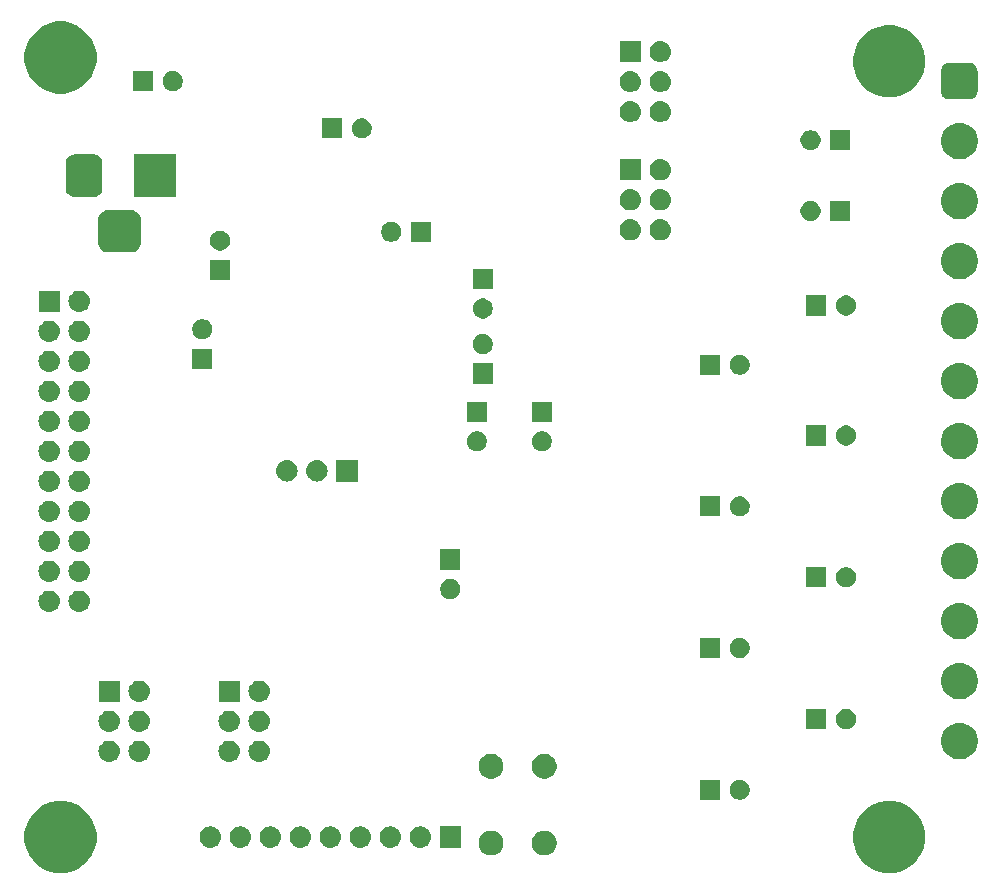
<source format=gbr>
G04 #@! TF.GenerationSoftware,KiCad,Pcbnew,(5.1.2)-1*
G04 #@! TF.CreationDate,2019-05-30T03:48:06-07:00*
G04 #@! TF.ProjectId,dsp2,64737032-2e6b-4696-9361-645f70636258,rev?*
G04 #@! TF.SameCoordinates,Original*
G04 #@! TF.FileFunction,Soldermask,Bot*
G04 #@! TF.FilePolarity,Negative*
%FSLAX46Y46*%
G04 Gerber Fmt 4.6, Leading zero omitted, Abs format (unit mm)*
G04 Created by KiCad (PCBNEW (5.1.2)-1) date 2019-05-30 03:48:06*
%MOMM*%
%LPD*%
G04 APERTURE LIST*
%ADD10C,0.100000*%
G04 APERTURE END LIST*
D10*
G36*
X138049943Y-83066248D02*
G01*
X138605189Y-83296238D01*
X138605190Y-83296239D01*
X139104899Y-83630134D01*
X139529866Y-84055101D01*
X139529867Y-84055103D01*
X139863762Y-84554811D01*
X140093752Y-85110057D01*
X140211000Y-85699501D01*
X140211000Y-86300499D01*
X140093752Y-86889943D01*
X139863762Y-87445189D01*
X139786379Y-87561000D01*
X139529866Y-87944899D01*
X139104899Y-88369866D01*
X138853347Y-88537948D01*
X138605189Y-88703762D01*
X138049943Y-88933752D01*
X137460499Y-89051000D01*
X136859501Y-89051000D01*
X136270057Y-88933752D01*
X135714811Y-88703762D01*
X135466653Y-88537948D01*
X135215101Y-88369866D01*
X134790134Y-87944899D01*
X134533621Y-87561000D01*
X134456238Y-87445189D01*
X134226248Y-86889943D01*
X134109000Y-86300499D01*
X134109000Y-85699501D01*
X134226248Y-85110057D01*
X134456238Y-84554811D01*
X134790133Y-84055103D01*
X134790134Y-84055101D01*
X135215101Y-83630134D01*
X135714810Y-83296239D01*
X135714811Y-83296238D01*
X136270057Y-83066248D01*
X136859501Y-82949000D01*
X137460499Y-82949000D01*
X138049943Y-83066248D01*
X138049943Y-83066248D01*
G37*
G36*
X67889943Y-83066248D02*
G01*
X68445189Y-83296238D01*
X68445190Y-83296239D01*
X68944899Y-83630134D01*
X69369866Y-84055101D01*
X69369867Y-84055103D01*
X69703762Y-84554811D01*
X69933752Y-85110057D01*
X70051000Y-85699501D01*
X70051000Y-86300499D01*
X69933752Y-86889943D01*
X69703762Y-87445189D01*
X69626379Y-87561000D01*
X69369866Y-87944899D01*
X68944899Y-88369866D01*
X68693347Y-88537948D01*
X68445189Y-88703762D01*
X67889943Y-88933752D01*
X67300499Y-89051000D01*
X66699501Y-89051000D01*
X66110057Y-88933752D01*
X65554811Y-88703762D01*
X65306653Y-88537948D01*
X65055101Y-88369866D01*
X64630134Y-87944899D01*
X64373621Y-87561000D01*
X64296238Y-87445189D01*
X64066248Y-86889943D01*
X63949000Y-86300499D01*
X63949000Y-85699501D01*
X64066248Y-85110057D01*
X64296238Y-84554811D01*
X64630133Y-84055103D01*
X64630134Y-84055101D01*
X65055101Y-83630134D01*
X65554810Y-83296239D01*
X65554811Y-83296238D01*
X66110057Y-83066248D01*
X66699501Y-82949000D01*
X67300499Y-82949000D01*
X67889943Y-83066248D01*
X67889943Y-83066248D01*
G37*
G36*
X108256564Y-85499389D02*
G01*
X108447833Y-85578615D01*
X108447835Y-85578616D01*
X108619973Y-85693635D01*
X108766365Y-85840027D01*
X108873256Y-86000000D01*
X108881385Y-86012167D01*
X108960611Y-86203436D01*
X109001000Y-86406484D01*
X109001000Y-86613516D01*
X108960611Y-86816564D01*
X108881385Y-87007833D01*
X108881384Y-87007835D01*
X108766365Y-87179973D01*
X108619973Y-87326365D01*
X108447835Y-87441384D01*
X108447834Y-87441385D01*
X108447833Y-87441385D01*
X108256564Y-87520611D01*
X108053516Y-87561000D01*
X107846484Y-87561000D01*
X107643436Y-87520611D01*
X107452167Y-87441385D01*
X107452166Y-87441385D01*
X107452165Y-87441384D01*
X107280027Y-87326365D01*
X107133635Y-87179973D01*
X107018616Y-87007835D01*
X107018615Y-87007833D01*
X106939389Y-86816564D01*
X106899000Y-86613516D01*
X106899000Y-86406484D01*
X106939389Y-86203436D01*
X107018615Y-86012167D01*
X107026745Y-86000000D01*
X107133635Y-85840027D01*
X107280027Y-85693635D01*
X107452165Y-85578616D01*
X107452167Y-85578615D01*
X107643436Y-85499389D01*
X107846484Y-85459000D01*
X108053516Y-85459000D01*
X108256564Y-85499389D01*
X108256564Y-85499389D01*
G37*
G36*
X103756564Y-85499389D02*
G01*
X103947833Y-85578615D01*
X103947835Y-85578616D01*
X104119973Y-85693635D01*
X104266365Y-85840027D01*
X104373256Y-86000000D01*
X104381385Y-86012167D01*
X104460611Y-86203436D01*
X104501000Y-86406484D01*
X104501000Y-86613516D01*
X104460611Y-86816564D01*
X104381385Y-87007833D01*
X104381384Y-87007835D01*
X104266365Y-87179973D01*
X104119973Y-87326365D01*
X103947835Y-87441384D01*
X103947834Y-87441385D01*
X103947833Y-87441385D01*
X103756564Y-87520611D01*
X103553516Y-87561000D01*
X103346484Y-87561000D01*
X103143436Y-87520611D01*
X102952167Y-87441385D01*
X102952166Y-87441385D01*
X102952165Y-87441384D01*
X102780027Y-87326365D01*
X102633635Y-87179973D01*
X102518616Y-87007835D01*
X102518615Y-87007833D01*
X102439389Y-86816564D01*
X102399000Y-86613516D01*
X102399000Y-86406484D01*
X102439389Y-86203436D01*
X102518615Y-86012167D01*
X102526745Y-86000000D01*
X102633635Y-85840027D01*
X102780027Y-85693635D01*
X102952165Y-85578616D01*
X102952167Y-85578615D01*
X103143436Y-85499389D01*
X103346484Y-85459000D01*
X103553516Y-85459000D01*
X103756564Y-85499389D01*
X103756564Y-85499389D01*
G37*
G36*
X97570443Y-85105519D02*
G01*
X97636627Y-85112037D01*
X97806466Y-85163557D01*
X97962991Y-85247222D01*
X97998729Y-85276552D01*
X98100186Y-85359814D01*
X98181585Y-85459000D01*
X98212778Y-85497009D01*
X98296443Y-85653534D01*
X98347963Y-85823373D01*
X98365359Y-86000000D01*
X98347963Y-86176627D01*
X98296443Y-86346466D01*
X98212778Y-86502991D01*
X98183448Y-86538729D01*
X98100186Y-86640186D01*
X97998729Y-86723448D01*
X97962991Y-86752778D01*
X97806466Y-86836443D01*
X97636627Y-86887963D01*
X97570442Y-86894482D01*
X97504260Y-86901000D01*
X97415740Y-86901000D01*
X97349558Y-86894482D01*
X97283373Y-86887963D01*
X97113534Y-86836443D01*
X96957009Y-86752778D01*
X96921271Y-86723448D01*
X96819814Y-86640186D01*
X96736552Y-86538729D01*
X96707222Y-86502991D01*
X96623557Y-86346466D01*
X96572037Y-86176627D01*
X96554641Y-86000000D01*
X96572037Y-85823373D01*
X96623557Y-85653534D01*
X96707222Y-85497009D01*
X96738415Y-85459000D01*
X96819814Y-85359814D01*
X96921271Y-85276552D01*
X96957009Y-85247222D01*
X97113534Y-85163557D01*
X97283373Y-85112037D01*
X97349557Y-85105519D01*
X97415740Y-85099000D01*
X97504260Y-85099000D01*
X97570443Y-85105519D01*
X97570443Y-85105519D01*
G37*
G36*
X100901000Y-86901000D02*
G01*
X99099000Y-86901000D01*
X99099000Y-85099000D01*
X100901000Y-85099000D01*
X100901000Y-86901000D01*
X100901000Y-86901000D01*
G37*
G36*
X95030443Y-85105519D02*
G01*
X95096627Y-85112037D01*
X95266466Y-85163557D01*
X95422991Y-85247222D01*
X95458729Y-85276552D01*
X95560186Y-85359814D01*
X95641585Y-85459000D01*
X95672778Y-85497009D01*
X95756443Y-85653534D01*
X95807963Y-85823373D01*
X95825359Y-86000000D01*
X95807963Y-86176627D01*
X95756443Y-86346466D01*
X95672778Y-86502991D01*
X95643448Y-86538729D01*
X95560186Y-86640186D01*
X95458729Y-86723448D01*
X95422991Y-86752778D01*
X95266466Y-86836443D01*
X95096627Y-86887963D01*
X95030442Y-86894482D01*
X94964260Y-86901000D01*
X94875740Y-86901000D01*
X94809558Y-86894482D01*
X94743373Y-86887963D01*
X94573534Y-86836443D01*
X94417009Y-86752778D01*
X94381271Y-86723448D01*
X94279814Y-86640186D01*
X94196552Y-86538729D01*
X94167222Y-86502991D01*
X94083557Y-86346466D01*
X94032037Y-86176627D01*
X94014641Y-86000000D01*
X94032037Y-85823373D01*
X94083557Y-85653534D01*
X94167222Y-85497009D01*
X94198415Y-85459000D01*
X94279814Y-85359814D01*
X94381271Y-85276552D01*
X94417009Y-85247222D01*
X94573534Y-85163557D01*
X94743373Y-85112037D01*
X94809557Y-85105519D01*
X94875740Y-85099000D01*
X94964260Y-85099000D01*
X95030443Y-85105519D01*
X95030443Y-85105519D01*
G37*
G36*
X92490443Y-85105519D02*
G01*
X92556627Y-85112037D01*
X92726466Y-85163557D01*
X92882991Y-85247222D01*
X92918729Y-85276552D01*
X93020186Y-85359814D01*
X93101585Y-85459000D01*
X93132778Y-85497009D01*
X93216443Y-85653534D01*
X93267963Y-85823373D01*
X93285359Y-86000000D01*
X93267963Y-86176627D01*
X93216443Y-86346466D01*
X93132778Y-86502991D01*
X93103448Y-86538729D01*
X93020186Y-86640186D01*
X92918729Y-86723448D01*
X92882991Y-86752778D01*
X92726466Y-86836443D01*
X92556627Y-86887963D01*
X92490442Y-86894482D01*
X92424260Y-86901000D01*
X92335740Y-86901000D01*
X92269558Y-86894482D01*
X92203373Y-86887963D01*
X92033534Y-86836443D01*
X91877009Y-86752778D01*
X91841271Y-86723448D01*
X91739814Y-86640186D01*
X91656552Y-86538729D01*
X91627222Y-86502991D01*
X91543557Y-86346466D01*
X91492037Y-86176627D01*
X91474641Y-86000000D01*
X91492037Y-85823373D01*
X91543557Y-85653534D01*
X91627222Y-85497009D01*
X91658415Y-85459000D01*
X91739814Y-85359814D01*
X91841271Y-85276552D01*
X91877009Y-85247222D01*
X92033534Y-85163557D01*
X92203373Y-85112037D01*
X92269557Y-85105519D01*
X92335740Y-85099000D01*
X92424260Y-85099000D01*
X92490443Y-85105519D01*
X92490443Y-85105519D01*
G37*
G36*
X89950443Y-85105519D02*
G01*
X90016627Y-85112037D01*
X90186466Y-85163557D01*
X90342991Y-85247222D01*
X90378729Y-85276552D01*
X90480186Y-85359814D01*
X90561585Y-85459000D01*
X90592778Y-85497009D01*
X90676443Y-85653534D01*
X90727963Y-85823373D01*
X90745359Y-86000000D01*
X90727963Y-86176627D01*
X90676443Y-86346466D01*
X90592778Y-86502991D01*
X90563448Y-86538729D01*
X90480186Y-86640186D01*
X90378729Y-86723448D01*
X90342991Y-86752778D01*
X90186466Y-86836443D01*
X90016627Y-86887963D01*
X89950442Y-86894482D01*
X89884260Y-86901000D01*
X89795740Y-86901000D01*
X89729558Y-86894482D01*
X89663373Y-86887963D01*
X89493534Y-86836443D01*
X89337009Y-86752778D01*
X89301271Y-86723448D01*
X89199814Y-86640186D01*
X89116552Y-86538729D01*
X89087222Y-86502991D01*
X89003557Y-86346466D01*
X88952037Y-86176627D01*
X88934641Y-86000000D01*
X88952037Y-85823373D01*
X89003557Y-85653534D01*
X89087222Y-85497009D01*
X89118415Y-85459000D01*
X89199814Y-85359814D01*
X89301271Y-85276552D01*
X89337009Y-85247222D01*
X89493534Y-85163557D01*
X89663373Y-85112037D01*
X89729557Y-85105519D01*
X89795740Y-85099000D01*
X89884260Y-85099000D01*
X89950443Y-85105519D01*
X89950443Y-85105519D01*
G37*
G36*
X87410443Y-85105519D02*
G01*
X87476627Y-85112037D01*
X87646466Y-85163557D01*
X87802991Y-85247222D01*
X87838729Y-85276552D01*
X87940186Y-85359814D01*
X88021585Y-85459000D01*
X88052778Y-85497009D01*
X88136443Y-85653534D01*
X88187963Y-85823373D01*
X88205359Y-86000000D01*
X88187963Y-86176627D01*
X88136443Y-86346466D01*
X88052778Y-86502991D01*
X88023448Y-86538729D01*
X87940186Y-86640186D01*
X87838729Y-86723448D01*
X87802991Y-86752778D01*
X87646466Y-86836443D01*
X87476627Y-86887963D01*
X87410442Y-86894482D01*
X87344260Y-86901000D01*
X87255740Y-86901000D01*
X87189558Y-86894482D01*
X87123373Y-86887963D01*
X86953534Y-86836443D01*
X86797009Y-86752778D01*
X86761271Y-86723448D01*
X86659814Y-86640186D01*
X86576552Y-86538729D01*
X86547222Y-86502991D01*
X86463557Y-86346466D01*
X86412037Y-86176627D01*
X86394641Y-86000000D01*
X86412037Y-85823373D01*
X86463557Y-85653534D01*
X86547222Y-85497009D01*
X86578415Y-85459000D01*
X86659814Y-85359814D01*
X86761271Y-85276552D01*
X86797009Y-85247222D01*
X86953534Y-85163557D01*
X87123373Y-85112037D01*
X87189557Y-85105519D01*
X87255740Y-85099000D01*
X87344260Y-85099000D01*
X87410443Y-85105519D01*
X87410443Y-85105519D01*
G37*
G36*
X84870443Y-85105519D02*
G01*
X84936627Y-85112037D01*
X85106466Y-85163557D01*
X85262991Y-85247222D01*
X85298729Y-85276552D01*
X85400186Y-85359814D01*
X85481585Y-85459000D01*
X85512778Y-85497009D01*
X85596443Y-85653534D01*
X85647963Y-85823373D01*
X85665359Y-86000000D01*
X85647963Y-86176627D01*
X85596443Y-86346466D01*
X85512778Y-86502991D01*
X85483448Y-86538729D01*
X85400186Y-86640186D01*
X85298729Y-86723448D01*
X85262991Y-86752778D01*
X85106466Y-86836443D01*
X84936627Y-86887963D01*
X84870442Y-86894482D01*
X84804260Y-86901000D01*
X84715740Y-86901000D01*
X84649558Y-86894482D01*
X84583373Y-86887963D01*
X84413534Y-86836443D01*
X84257009Y-86752778D01*
X84221271Y-86723448D01*
X84119814Y-86640186D01*
X84036552Y-86538729D01*
X84007222Y-86502991D01*
X83923557Y-86346466D01*
X83872037Y-86176627D01*
X83854641Y-86000000D01*
X83872037Y-85823373D01*
X83923557Y-85653534D01*
X84007222Y-85497009D01*
X84038415Y-85459000D01*
X84119814Y-85359814D01*
X84221271Y-85276552D01*
X84257009Y-85247222D01*
X84413534Y-85163557D01*
X84583373Y-85112037D01*
X84649557Y-85105519D01*
X84715740Y-85099000D01*
X84804260Y-85099000D01*
X84870443Y-85105519D01*
X84870443Y-85105519D01*
G37*
G36*
X82330443Y-85105519D02*
G01*
X82396627Y-85112037D01*
X82566466Y-85163557D01*
X82722991Y-85247222D01*
X82758729Y-85276552D01*
X82860186Y-85359814D01*
X82941585Y-85459000D01*
X82972778Y-85497009D01*
X83056443Y-85653534D01*
X83107963Y-85823373D01*
X83125359Y-86000000D01*
X83107963Y-86176627D01*
X83056443Y-86346466D01*
X82972778Y-86502991D01*
X82943448Y-86538729D01*
X82860186Y-86640186D01*
X82758729Y-86723448D01*
X82722991Y-86752778D01*
X82566466Y-86836443D01*
X82396627Y-86887963D01*
X82330442Y-86894482D01*
X82264260Y-86901000D01*
X82175740Y-86901000D01*
X82109558Y-86894482D01*
X82043373Y-86887963D01*
X81873534Y-86836443D01*
X81717009Y-86752778D01*
X81681271Y-86723448D01*
X81579814Y-86640186D01*
X81496552Y-86538729D01*
X81467222Y-86502991D01*
X81383557Y-86346466D01*
X81332037Y-86176627D01*
X81314641Y-86000000D01*
X81332037Y-85823373D01*
X81383557Y-85653534D01*
X81467222Y-85497009D01*
X81498415Y-85459000D01*
X81579814Y-85359814D01*
X81681271Y-85276552D01*
X81717009Y-85247222D01*
X81873534Y-85163557D01*
X82043373Y-85112037D01*
X82109557Y-85105519D01*
X82175740Y-85099000D01*
X82264260Y-85099000D01*
X82330443Y-85105519D01*
X82330443Y-85105519D01*
G37*
G36*
X79790443Y-85105519D02*
G01*
X79856627Y-85112037D01*
X80026466Y-85163557D01*
X80182991Y-85247222D01*
X80218729Y-85276552D01*
X80320186Y-85359814D01*
X80401585Y-85459000D01*
X80432778Y-85497009D01*
X80516443Y-85653534D01*
X80567963Y-85823373D01*
X80585359Y-86000000D01*
X80567963Y-86176627D01*
X80516443Y-86346466D01*
X80432778Y-86502991D01*
X80403448Y-86538729D01*
X80320186Y-86640186D01*
X80218729Y-86723448D01*
X80182991Y-86752778D01*
X80026466Y-86836443D01*
X79856627Y-86887963D01*
X79790442Y-86894482D01*
X79724260Y-86901000D01*
X79635740Y-86901000D01*
X79569558Y-86894482D01*
X79503373Y-86887963D01*
X79333534Y-86836443D01*
X79177009Y-86752778D01*
X79141271Y-86723448D01*
X79039814Y-86640186D01*
X78956552Y-86538729D01*
X78927222Y-86502991D01*
X78843557Y-86346466D01*
X78792037Y-86176627D01*
X78774641Y-86000000D01*
X78792037Y-85823373D01*
X78843557Y-85653534D01*
X78927222Y-85497009D01*
X78958415Y-85459000D01*
X79039814Y-85359814D01*
X79141271Y-85276552D01*
X79177009Y-85247222D01*
X79333534Y-85163557D01*
X79503373Y-85112037D01*
X79569557Y-85105519D01*
X79635740Y-85099000D01*
X79724260Y-85099000D01*
X79790443Y-85105519D01*
X79790443Y-85105519D01*
G37*
G36*
X124748228Y-81181703D02*
G01*
X124903100Y-81245853D01*
X125042481Y-81338985D01*
X125161015Y-81457519D01*
X125254147Y-81596900D01*
X125318297Y-81751772D01*
X125351000Y-81916184D01*
X125351000Y-82083816D01*
X125318297Y-82248228D01*
X125254147Y-82403100D01*
X125161015Y-82542481D01*
X125042481Y-82661015D01*
X124903100Y-82754147D01*
X124748228Y-82818297D01*
X124583816Y-82851000D01*
X124416184Y-82851000D01*
X124251772Y-82818297D01*
X124096900Y-82754147D01*
X123957519Y-82661015D01*
X123838985Y-82542481D01*
X123745853Y-82403100D01*
X123681703Y-82248228D01*
X123649000Y-82083816D01*
X123649000Y-81916184D01*
X123681703Y-81751772D01*
X123745853Y-81596900D01*
X123838985Y-81457519D01*
X123957519Y-81338985D01*
X124096900Y-81245853D01*
X124251772Y-81181703D01*
X124416184Y-81149000D01*
X124583816Y-81149000D01*
X124748228Y-81181703D01*
X124748228Y-81181703D01*
G37*
G36*
X122851000Y-82851000D02*
G01*
X121149000Y-82851000D01*
X121149000Y-81149000D01*
X122851000Y-81149000D01*
X122851000Y-82851000D01*
X122851000Y-82851000D01*
G37*
G36*
X103756564Y-78999389D02*
G01*
X103947833Y-79078615D01*
X103947835Y-79078616D01*
X104119973Y-79193635D01*
X104266365Y-79340027D01*
X104368431Y-79492779D01*
X104381385Y-79512167D01*
X104460611Y-79703436D01*
X104501000Y-79906484D01*
X104501000Y-80113516D01*
X104460611Y-80316564D01*
X104381385Y-80507833D01*
X104381384Y-80507835D01*
X104266365Y-80679973D01*
X104119973Y-80826365D01*
X103947835Y-80941384D01*
X103947834Y-80941385D01*
X103947833Y-80941385D01*
X103756564Y-81020611D01*
X103553516Y-81061000D01*
X103346484Y-81061000D01*
X103143436Y-81020611D01*
X102952167Y-80941385D01*
X102952166Y-80941385D01*
X102952165Y-80941384D01*
X102780027Y-80826365D01*
X102633635Y-80679973D01*
X102518616Y-80507835D01*
X102518615Y-80507833D01*
X102439389Y-80316564D01*
X102399000Y-80113516D01*
X102399000Y-79906484D01*
X102439389Y-79703436D01*
X102518615Y-79512167D01*
X102531570Y-79492779D01*
X102633635Y-79340027D01*
X102780027Y-79193635D01*
X102952165Y-79078616D01*
X102952167Y-79078615D01*
X103143436Y-78999389D01*
X103346484Y-78959000D01*
X103553516Y-78959000D01*
X103756564Y-78999389D01*
X103756564Y-78999389D01*
G37*
G36*
X108256564Y-78999389D02*
G01*
X108447833Y-79078615D01*
X108447835Y-79078616D01*
X108619973Y-79193635D01*
X108766365Y-79340027D01*
X108868431Y-79492779D01*
X108881385Y-79512167D01*
X108960611Y-79703436D01*
X109001000Y-79906484D01*
X109001000Y-80113516D01*
X108960611Y-80316564D01*
X108881385Y-80507833D01*
X108881384Y-80507835D01*
X108766365Y-80679973D01*
X108619973Y-80826365D01*
X108447835Y-80941384D01*
X108447834Y-80941385D01*
X108447833Y-80941385D01*
X108256564Y-81020611D01*
X108053516Y-81061000D01*
X107846484Y-81061000D01*
X107643436Y-81020611D01*
X107452167Y-80941385D01*
X107452166Y-80941385D01*
X107452165Y-80941384D01*
X107280027Y-80826365D01*
X107133635Y-80679973D01*
X107018616Y-80507835D01*
X107018615Y-80507833D01*
X106939389Y-80316564D01*
X106899000Y-80113516D01*
X106899000Y-79906484D01*
X106939389Y-79703436D01*
X107018615Y-79512167D01*
X107031570Y-79492779D01*
X107133635Y-79340027D01*
X107280027Y-79193635D01*
X107452165Y-79078616D01*
X107452167Y-79078615D01*
X107643436Y-78999389D01*
X107846484Y-78959000D01*
X108053516Y-78959000D01*
X108256564Y-78999389D01*
X108256564Y-78999389D01*
G37*
G36*
X71230443Y-77845519D02*
G01*
X71296627Y-77852037D01*
X71466466Y-77903557D01*
X71622991Y-77987222D01*
X71658729Y-78016552D01*
X71760186Y-78099814D01*
X71843448Y-78201271D01*
X71872778Y-78237009D01*
X71956443Y-78393534D01*
X72007963Y-78563373D01*
X72025359Y-78740000D01*
X72007963Y-78916627D01*
X71956443Y-79086466D01*
X71872778Y-79242991D01*
X71863350Y-79254479D01*
X71760186Y-79380186D01*
X71658729Y-79463448D01*
X71622991Y-79492778D01*
X71466466Y-79576443D01*
X71296627Y-79627963D01*
X71230442Y-79634482D01*
X71164260Y-79641000D01*
X71075740Y-79641000D01*
X71009558Y-79634482D01*
X70943373Y-79627963D01*
X70773534Y-79576443D01*
X70617009Y-79492778D01*
X70581271Y-79463448D01*
X70479814Y-79380186D01*
X70376650Y-79254479D01*
X70367222Y-79242991D01*
X70283557Y-79086466D01*
X70232037Y-78916627D01*
X70214641Y-78740000D01*
X70232037Y-78563373D01*
X70283557Y-78393534D01*
X70367222Y-78237009D01*
X70396552Y-78201271D01*
X70479814Y-78099814D01*
X70581271Y-78016552D01*
X70617009Y-77987222D01*
X70773534Y-77903557D01*
X70943373Y-77852037D01*
X71009557Y-77845519D01*
X71075740Y-77839000D01*
X71164260Y-77839000D01*
X71230443Y-77845519D01*
X71230443Y-77845519D01*
G37*
G36*
X83930443Y-77845519D02*
G01*
X83996627Y-77852037D01*
X84166466Y-77903557D01*
X84322991Y-77987222D01*
X84358729Y-78016552D01*
X84460186Y-78099814D01*
X84543448Y-78201271D01*
X84572778Y-78237009D01*
X84656443Y-78393534D01*
X84707963Y-78563373D01*
X84725359Y-78740000D01*
X84707963Y-78916627D01*
X84656443Y-79086466D01*
X84572778Y-79242991D01*
X84563350Y-79254479D01*
X84460186Y-79380186D01*
X84358729Y-79463448D01*
X84322991Y-79492778D01*
X84166466Y-79576443D01*
X83996627Y-79627963D01*
X83930442Y-79634482D01*
X83864260Y-79641000D01*
X83775740Y-79641000D01*
X83709558Y-79634482D01*
X83643373Y-79627963D01*
X83473534Y-79576443D01*
X83317009Y-79492778D01*
X83281271Y-79463448D01*
X83179814Y-79380186D01*
X83076650Y-79254479D01*
X83067222Y-79242991D01*
X82983557Y-79086466D01*
X82932037Y-78916627D01*
X82914641Y-78740000D01*
X82932037Y-78563373D01*
X82983557Y-78393534D01*
X83067222Y-78237009D01*
X83096552Y-78201271D01*
X83179814Y-78099814D01*
X83281271Y-78016552D01*
X83317009Y-77987222D01*
X83473534Y-77903557D01*
X83643373Y-77852037D01*
X83709557Y-77845519D01*
X83775740Y-77839000D01*
X83864260Y-77839000D01*
X83930443Y-77845519D01*
X83930443Y-77845519D01*
G37*
G36*
X81390443Y-77845519D02*
G01*
X81456627Y-77852037D01*
X81626466Y-77903557D01*
X81782991Y-77987222D01*
X81818729Y-78016552D01*
X81920186Y-78099814D01*
X82003448Y-78201271D01*
X82032778Y-78237009D01*
X82116443Y-78393534D01*
X82167963Y-78563373D01*
X82185359Y-78740000D01*
X82167963Y-78916627D01*
X82116443Y-79086466D01*
X82032778Y-79242991D01*
X82023350Y-79254479D01*
X81920186Y-79380186D01*
X81818729Y-79463448D01*
X81782991Y-79492778D01*
X81626466Y-79576443D01*
X81456627Y-79627963D01*
X81390442Y-79634482D01*
X81324260Y-79641000D01*
X81235740Y-79641000D01*
X81169558Y-79634482D01*
X81103373Y-79627963D01*
X80933534Y-79576443D01*
X80777009Y-79492778D01*
X80741271Y-79463448D01*
X80639814Y-79380186D01*
X80536650Y-79254479D01*
X80527222Y-79242991D01*
X80443557Y-79086466D01*
X80392037Y-78916627D01*
X80374641Y-78740000D01*
X80392037Y-78563373D01*
X80443557Y-78393534D01*
X80527222Y-78237009D01*
X80556552Y-78201271D01*
X80639814Y-78099814D01*
X80741271Y-78016552D01*
X80777009Y-77987222D01*
X80933534Y-77903557D01*
X81103373Y-77852037D01*
X81169557Y-77845519D01*
X81235740Y-77839000D01*
X81324260Y-77839000D01*
X81390443Y-77845519D01*
X81390443Y-77845519D01*
G37*
G36*
X73770443Y-77845519D02*
G01*
X73836627Y-77852037D01*
X74006466Y-77903557D01*
X74162991Y-77987222D01*
X74198729Y-78016552D01*
X74300186Y-78099814D01*
X74383448Y-78201271D01*
X74412778Y-78237009D01*
X74496443Y-78393534D01*
X74547963Y-78563373D01*
X74565359Y-78740000D01*
X74547963Y-78916627D01*
X74496443Y-79086466D01*
X74412778Y-79242991D01*
X74403350Y-79254479D01*
X74300186Y-79380186D01*
X74198729Y-79463448D01*
X74162991Y-79492778D01*
X74006466Y-79576443D01*
X73836627Y-79627963D01*
X73770442Y-79634482D01*
X73704260Y-79641000D01*
X73615740Y-79641000D01*
X73549558Y-79634482D01*
X73483373Y-79627963D01*
X73313534Y-79576443D01*
X73157009Y-79492778D01*
X73121271Y-79463448D01*
X73019814Y-79380186D01*
X72916650Y-79254479D01*
X72907222Y-79242991D01*
X72823557Y-79086466D01*
X72772037Y-78916627D01*
X72754641Y-78740000D01*
X72772037Y-78563373D01*
X72823557Y-78393534D01*
X72907222Y-78237009D01*
X72936552Y-78201271D01*
X73019814Y-78099814D01*
X73121271Y-78016552D01*
X73157009Y-77987222D01*
X73313534Y-77903557D01*
X73483373Y-77852037D01*
X73549557Y-77845519D01*
X73615740Y-77839000D01*
X73704260Y-77839000D01*
X73770443Y-77845519D01*
X73770443Y-77845519D01*
G37*
G36*
X143402585Y-76358802D02*
G01*
X143552410Y-76388604D01*
X143834674Y-76505521D01*
X144088705Y-76675259D01*
X144304741Y-76891295D01*
X144474479Y-77145326D01*
X144591396Y-77427590D01*
X144651000Y-77727240D01*
X144651000Y-78032760D01*
X144591396Y-78332410D01*
X144474479Y-78614674D01*
X144304741Y-78868705D01*
X144088705Y-79084741D01*
X143834674Y-79254479D01*
X143552410Y-79371396D01*
X143402585Y-79401198D01*
X143252761Y-79431000D01*
X142947239Y-79431000D01*
X142797415Y-79401198D01*
X142647590Y-79371396D01*
X142365326Y-79254479D01*
X142111295Y-79084741D01*
X141895259Y-78868705D01*
X141725521Y-78614674D01*
X141608604Y-78332410D01*
X141549000Y-78032760D01*
X141549000Y-77727240D01*
X141608604Y-77427590D01*
X141725521Y-77145326D01*
X141895259Y-76891295D01*
X142111295Y-76675259D01*
X142365326Y-76505521D01*
X142647590Y-76388604D01*
X142797415Y-76358802D01*
X142947239Y-76329000D01*
X143252761Y-76329000D01*
X143402585Y-76358802D01*
X143402585Y-76358802D01*
G37*
G36*
X83930442Y-75305518D02*
G01*
X83996627Y-75312037D01*
X84166466Y-75363557D01*
X84322991Y-75447222D01*
X84335539Y-75457520D01*
X84460186Y-75559814D01*
X84543448Y-75661271D01*
X84572778Y-75697009D01*
X84656443Y-75853534D01*
X84707963Y-76023373D01*
X84725359Y-76200000D01*
X84707963Y-76376627D01*
X84656443Y-76546466D01*
X84572778Y-76702991D01*
X84543448Y-76738729D01*
X84460186Y-76840186D01*
X84397907Y-76891296D01*
X84322991Y-76952778D01*
X84166466Y-77036443D01*
X83996627Y-77087963D01*
X83930442Y-77094482D01*
X83864260Y-77101000D01*
X83775740Y-77101000D01*
X83709558Y-77094482D01*
X83643373Y-77087963D01*
X83473534Y-77036443D01*
X83317009Y-76952778D01*
X83242093Y-76891296D01*
X83179814Y-76840186D01*
X83096552Y-76738729D01*
X83067222Y-76702991D01*
X82983557Y-76546466D01*
X82932037Y-76376627D01*
X82914641Y-76200000D01*
X82932037Y-76023373D01*
X82983557Y-75853534D01*
X83067222Y-75697009D01*
X83096552Y-75661271D01*
X83179814Y-75559814D01*
X83304461Y-75457520D01*
X83317009Y-75447222D01*
X83473534Y-75363557D01*
X83643373Y-75312037D01*
X83709558Y-75305518D01*
X83775740Y-75299000D01*
X83864260Y-75299000D01*
X83930442Y-75305518D01*
X83930442Y-75305518D01*
G37*
G36*
X81390442Y-75305518D02*
G01*
X81456627Y-75312037D01*
X81626466Y-75363557D01*
X81782991Y-75447222D01*
X81795539Y-75457520D01*
X81920186Y-75559814D01*
X82003448Y-75661271D01*
X82032778Y-75697009D01*
X82116443Y-75853534D01*
X82167963Y-76023373D01*
X82185359Y-76200000D01*
X82167963Y-76376627D01*
X82116443Y-76546466D01*
X82032778Y-76702991D01*
X82003448Y-76738729D01*
X81920186Y-76840186D01*
X81857907Y-76891296D01*
X81782991Y-76952778D01*
X81626466Y-77036443D01*
X81456627Y-77087963D01*
X81390442Y-77094482D01*
X81324260Y-77101000D01*
X81235740Y-77101000D01*
X81169558Y-77094482D01*
X81103373Y-77087963D01*
X80933534Y-77036443D01*
X80777009Y-76952778D01*
X80702093Y-76891296D01*
X80639814Y-76840186D01*
X80556552Y-76738729D01*
X80527222Y-76702991D01*
X80443557Y-76546466D01*
X80392037Y-76376627D01*
X80374641Y-76200000D01*
X80392037Y-76023373D01*
X80443557Y-75853534D01*
X80527222Y-75697009D01*
X80556552Y-75661271D01*
X80639814Y-75559814D01*
X80764461Y-75457520D01*
X80777009Y-75447222D01*
X80933534Y-75363557D01*
X81103373Y-75312037D01*
X81169558Y-75305518D01*
X81235740Y-75299000D01*
X81324260Y-75299000D01*
X81390442Y-75305518D01*
X81390442Y-75305518D01*
G37*
G36*
X73770442Y-75305518D02*
G01*
X73836627Y-75312037D01*
X74006466Y-75363557D01*
X74162991Y-75447222D01*
X74175539Y-75457520D01*
X74300186Y-75559814D01*
X74383448Y-75661271D01*
X74412778Y-75697009D01*
X74496443Y-75853534D01*
X74547963Y-76023373D01*
X74565359Y-76200000D01*
X74547963Y-76376627D01*
X74496443Y-76546466D01*
X74412778Y-76702991D01*
X74383448Y-76738729D01*
X74300186Y-76840186D01*
X74237907Y-76891296D01*
X74162991Y-76952778D01*
X74006466Y-77036443D01*
X73836627Y-77087963D01*
X73770442Y-77094482D01*
X73704260Y-77101000D01*
X73615740Y-77101000D01*
X73549558Y-77094482D01*
X73483373Y-77087963D01*
X73313534Y-77036443D01*
X73157009Y-76952778D01*
X73082093Y-76891296D01*
X73019814Y-76840186D01*
X72936552Y-76738729D01*
X72907222Y-76702991D01*
X72823557Y-76546466D01*
X72772037Y-76376627D01*
X72754641Y-76200000D01*
X72772037Y-76023373D01*
X72823557Y-75853534D01*
X72907222Y-75697009D01*
X72936552Y-75661271D01*
X73019814Y-75559814D01*
X73144461Y-75457520D01*
X73157009Y-75447222D01*
X73313534Y-75363557D01*
X73483373Y-75312037D01*
X73549558Y-75305518D01*
X73615740Y-75299000D01*
X73704260Y-75299000D01*
X73770442Y-75305518D01*
X73770442Y-75305518D01*
G37*
G36*
X71230442Y-75305518D02*
G01*
X71296627Y-75312037D01*
X71466466Y-75363557D01*
X71622991Y-75447222D01*
X71635539Y-75457520D01*
X71760186Y-75559814D01*
X71843448Y-75661271D01*
X71872778Y-75697009D01*
X71956443Y-75853534D01*
X72007963Y-76023373D01*
X72025359Y-76200000D01*
X72007963Y-76376627D01*
X71956443Y-76546466D01*
X71872778Y-76702991D01*
X71843448Y-76738729D01*
X71760186Y-76840186D01*
X71697907Y-76891296D01*
X71622991Y-76952778D01*
X71466466Y-77036443D01*
X71296627Y-77087963D01*
X71230442Y-77094482D01*
X71164260Y-77101000D01*
X71075740Y-77101000D01*
X71009558Y-77094482D01*
X70943373Y-77087963D01*
X70773534Y-77036443D01*
X70617009Y-76952778D01*
X70542093Y-76891296D01*
X70479814Y-76840186D01*
X70396552Y-76738729D01*
X70367222Y-76702991D01*
X70283557Y-76546466D01*
X70232037Y-76376627D01*
X70214641Y-76200000D01*
X70232037Y-76023373D01*
X70283557Y-75853534D01*
X70367222Y-75697009D01*
X70396552Y-75661271D01*
X70479814Y-75559814D01*
X70604461Y-75457520D01*
X70617009Y-75447222D01*
X70773534Y-75363557D01*
X70943373Y-75312037D01*
X71009558Y-75305518D01*
X71075740Y-75299000D01*
X71164260Y-75299000D01*
X71230442Y-75305518D01*
X71230442Y-75305518D01*
G37*
G36*
X131851000Y-76851000D02*
G01*
X130149000Y-76851000D01*
X130149000Y-75149000D01*
X131851000Y-75149000D01*
X131851000Y-76851000D01*
X131851000Y-76851000D01*
G37*
G36*
X133748228Y-75181703D02*
G01*
X133903100Y-75245853D01*
X134042481Y-75338985D01*
X134161015Y-75457519D01*
X134254147Y-75596900D01*
X134318297Y-75751772D01*
X134351000Y-75916184D01*
X134351000Y-76083816D01*
X134318297Y-76248228D01*
X134254147Y-76403100D01*
X134161015Y-76542481D01*
X134042481Y-76661015D01*
X133903100Y-76754147D01*
X133748228Y-76818297D01*
X133583816Y-76851000D01*
X133416184Y-76851000D01*
X133251772Y-76818297D01*
X133096900Y-76754147D01*
X132957519Y-76661015D01*
X132838985Y-76542481D01*
X132745853Y-76403100D01*
X132681703Y-76248228D01*
X132649000Y-76083816D01*
X132649000Y-75916184D01*
X132681703Y-75751772D01*
X132745853Y-75596900D01*
X132838985Y-75457519D01*
X132957519Y-75338985D01*
X133096900Y-75245853D01*
X133251772Y-75181703D01*
X133416184Y-75149000D01*
X133583816Y-75149000D01*
X133748228Y-75181703D01*
X133748228Y-75181703D01*
G37*
G36*
X72021000Y-74561000D02*
G01*
X70219000Y-74561000D01*
X70219000Y-72759000D01*
X72021000Y-72759000D01*
X72021000Y-74561000D01*
X72021000Y-74561000D01*
G37*
G36*
X73770442Y-72765518D02*
G01*
X73836627Y-72772037D01*
X74006466Y-72823557D01*
X74162991Y-72907222D01*
X74198729Y-72936552D01*
X74300186Y-73019814D01*
X74383448Y-73121271D01*
X74412778Y-73157009D01*
X74496443Y-73313534D01*
X74547963Y-73483373D01*
X74565359Y-73660000D01*
X74547963Y-73836627D01*
X74496443Y-74006466D01*
X74412778Y-74162991D01*
X74403350Y-74174479D01*
X74300186Y-74300186D01*
X74198729Y-74383448D01*
X74162991Y-74412778D01*
X74006466Y-74496443D01*
X73836627Y-74547963D01*
X73770442Y-74554482D01*
X73704260Y-74561000D01*
X73615740Y-74561000D01*
X73549558Y-74554482D01*
X73483373Y-74547963D01*
X73313534Y-74496443D01*
X73157009Y-74412778D01*
X73121271Y-74383448D01*
X73019814Y-74300186D01*
X72916650Y-74174479D01*
X72907222Y-74162991D01*
X72823557Y-74006466D01*
X72772037Y-73836627D01*
X72754641Y-73660000D01*
X72772037Y-73483373D01*
X72823557Y-73313534D01*
X72907222Y-73157009D01*
X72936552Y-73121271D01*
X73019814Y-73019814D01*
X73121271Y-72936552D01*
X73157009Y-72907222D01*
X73313534Y-72823557D01*
X73483373Y-72772037D01*
X73549558Y-72765518D01*
X73615740Y-72759000D01*
X73704260Y-72759000D01*
X73770442Y-72765518D01*
X73770442Y-72765518D01*
G37*
G36*
X83930442Y-72765518D02*
G01*
X83996627Y-72772037D01*
X84166466Y-72823557D01*
X84322991Y-72907222D01*
X84358729Y-72936552D01*
X84460186Y-73019814D01*
X84543448Y-73121271D01*
X84572778Y-73157009D01*
X84656443Y-73313534D01*
X84707963Y-73483373D01*
X84725359Y-73660000D01*
X84707963Y-73836627D01*
X84656443Y-74006466D01*
X84572778Y-74162991D01*
X84563350Y-74174479D01*
X84460186Y-74300186D01*
X84358729Y-74383448D01*
X84322991Y-74412778D01*
X84166466Y-74496443D01*
X83996627Y-74547963D01*
X83930442Y-74554482D01*
X83864260Y-74561000D01*
X83775740Y-74561000D01*
X83709558Y-74554482D01*
X83643373Y-74547963D01*
X83473534Y-74496443D01*
X83317009Y-74412778D01*
X83281271Y-74383448D01*
X83179814Y-74300186D01*
X83076650Y-74174479D01*
X83067222Y-74162991D01*
X82983557Y-74006466D01*
X82932037Y-73836627D01*
X82914641Y-73660000D01*
X82932037Y-73483373D01*
X82983557Y-73313534D01*
X83067222Y-73157009D01*
X83096552Y-73121271D01*
X83179814Y-73019814D01*
X83281271Y-72936552D01*
X83317009Y-72907222D01*
X83473534Y-72823557D01*
X83643373Y-72772037D01*
X83709558Y-72765518D01*
X83775740Y-72759000D01*
X83864260Y-72759000D01*
X83930442Y-72765518D01*
X83930442Y-72765518D01*
G37*
G36*
X82181000Y-74561000D02*
G01*
X80379000Y-74561000D01*
X80379000Y-72759000D01*
X82181000Y-72759000D01*
X82181000Y-74561000D01*
X82181000Y-74561000D01*
G37*
G36*
X143402585Y-71278802D02*
G01*
X143552410Y-71308604D01*
X143834674Y-71425521D01*
X144088705Y-71595259D01*
X144304741Y-71811295D01*
X144474479Y-72065326D01*
X144591396Y-72347590D01*
X144651000Y-72647240D01*
X144651000Y-72952760D01*
X144591396Y-73252410D01*
X144474479Y-73534674D01*
X144304741Y-73788705D01*
X144088705Y-74004741D01*
X143834674Y-74174479D01*
X143552410Y-74291396D01*
X143402585Y-74321198D01*
X143252761Y-74351000D01*
X142947239Y-74351000D01*
X142797415Y-74321198D01*
X142647590Y-74291396D01*
X142365326Y-74174479D01*
X142111295Y-74004741D01*
X141895259Y-73788705D01*
X141725521Y-73534674D01*
X141608604Y-73252410D01*
X141549000Y-72952760D01*
X141549000Y-72647240D01*
X141608604Y-72347590D01*
X141725521Y-72065326D01*
X141895259Y-71811295D01*
X142111295Y-71595259D01*
X142365326Y-71425521D01*
X142647590Y-71308604D01*
X142797415Y-71278802D01*
X142947239Y-71249000D01*
X143252761Y-71249000D01*
X143402585Y-71278802D01*
X143402585Y-71278802D01*
G37*
G36*
X122851000Y-70851000D02*
G01*
X121149000Y-70851000D01*
X121149000Y-69149000D01*
X122851000Y-69149000D01*
X122851000Y-70851000D01*
X122851000Y-70851000D01*
G37*
G36*
X124748228Y-69181703D02*
G01*
X124903100Y-69245853D01*
X125042481Y-69338985D01*
X125161015Y-69457519D01*
X125254147Y-69596900D01*
X125318297Y-69751772D01*
X125351000Y-69916184D01*
X125351000Y-70083816D01*
X125318297Y-70248228D01*
X125254147Y-70403100D01*
X125161015Y-70542481D01*
X125042481Y-70661015D01*
X124903100Y-70754147D01*
X124748228Y-70818297D01*
X124583816Y-70851000D01*
X124416184Y-70851000D01*
X124251772Y-70818297D01*
X124096900Y-70754147D01*
X123957519Y-70661015D01*
X123838985Y-70542481D01*
X123745853Y-70403100D01*
X123681703Y-70248228D01*
X123649000Y-70083816D01*
X123649000Y-69916184D01*
X123681703Y-69751772D01*
X123745853Y-69596900D01*
X123838985Y-69457519D01*
X123957519Y-69338985D01*
X124096900Y-69245853D01*
X124251772Y-69181703D01*
X124416184Y-69149000D01*
X124583816Y-69149000D01*
X124748228Y-69181703D01*
X124748228Y-69181703D01*
G37*
G36*
X143402585Y-66198802D02*
G01*
X143552410Y-66228604D01*
X143834674Y-66345521D01*
X144088705Y-66515259D01*
X144304741Y-66731295D01*
X144474479Y-66985326D01*
X144591396Y-67267590D01*
X144651000Y-67567240D01*
X144651000Y-67872760D01*
X144591396Y-68172410D01*
X144474479Y-68454674D01*
X144304741Y-68708705D01*
X144088705Y-68924741D01*
X143834674Y-69094479D01*
X143552410Y-69211396D01*
X143402585Y-69241198D01*
X143252761Y-69271000D01*
X142947239Y-69271000D01*
X142797415Y-69241198D01*
X142647590Y-69211396D01*
X142365326Y-69094479D01*
X142111295Y-68924741D01*
X141895259Y-68708705D01*
X141725521Y-68454674D01*
X141608604Y-68172410D01*
X141549000Y-67872760D01*
X141549000Y-67567240D01*
X141608604Y-67267590D01*
X141725521Y-66985326D01*
X141895259Y-66731295D01*
X142111295Y-66515259D01*
X142365326Y-66345521D01*
X142647590Y-66228604D01*
X142797415Y-66198802D01*
X142947239Y-66169000D01*
X143252761Y-66169000D01*
X143402585Y-66198802D01*
X143402585Y-66198802D01*
G37*
G36*
X68690442Y-65145518D02*
G01*
X68756627Y-65152037D01*
X68926466Y-65203557D01*
X69082991Y-65287222D01*
X69118729Y-65316552D01*
X69220186Y-65399814D01*
X69303448Y-65501271D01*
X69332778Y-65537009D01*
X69416443Y-65693534D01*
X69467963Y-65863373D01*
X69485359Y-66040000D01*
X69467963Y-66216627D01*
X69416443Y-66386466D01*
X69332778Y-66542991D01*
X69303448Y-66578729D01*
X69220186Y-66680186D01*
X69157907Y-66731296D01*
X69082991Y-66792778D01*
X68926466Y-66876443D01*
X68756627Y-66927963D01*
X68690442Y-66934482D01*
X68624260Y-66941000D01*
X68535740Y-66941000D01*
X68469558Y-66934482D01*
X68403373Y-66927963D01*
X68233534Y-66876443D01*
X68077009Y-66792778D01*
X68002093Y-66731296D01*
X67939814Y-66680186D01*
X67856552Y-66578729D01*
X67827222Y-66542991D01*
X67743557Y-66386466D01*
X67692037Y-66216627D01*
X67674641Y-66040000D01*
X67692037Y-65863373D01*
X67743557Y-65693534D01*
X67827222Y-65537009D01*
X67856552Y-65501271D01*
X67939814Y-65399814D01*
X68041271Y-65316552D01*
X68077009Y-65287222D01*
X68233534Y-65203557D01*
X68403373Y-65152037D01*
X68469558Y-65145518D01*
X68535740Y-65139000D01*
X68624260Y-65139000D01*
X68690442Y-65145518D01*
X68690442Y-65145518D01*
G37*
G36*
X66150442Y-65145518D02*
G01*
X66216627Y-65152037D01*
X66386466Y-65203557D01*
X66542991Y-65287222D01*
X66578729Y-65316552D01*
X66680186Y-65399814D01*
X66763448Y-65501271D01*
X66792778Y-65537009D01*
X66876443Y-65693534D01*
X66927963Y-65863373D01*
X66945359Y-66040000D01*
X66927963Y-66216627D01*
X66876443Y-66386466D01*
X66792778Y-66542991D01*
X66763448Y-66578729D01*
X66680186Y-66680186D01*
X66617907Y-66731296D01*
X66542991Y-66792778D01*
X66386466Y-66876443D01*
X66216627Y-66927963D01*
X66150442Y-66934482D01*
X66084260Y-66941000D01*
X65995740Y-66941000D01*
X65929558Y-66934482D01*
X65863373Y-66927963D01*
X65693534Y-66876443D01*
X65537009Y-66792778D01*
X65462093Y-66731296D01*
X65399814Y-66680186D01*
X65316552Y-66578729D01*
X65287222Y-66542991D01*
X65203557Y-66386466D01*
X65152037Y-66216627D01*
X65134641Y-66040000D01*
X65152037Y-65863373D01*
X65203557Y-65693534D01*
X65287222Y-65537009D01*
X65316552Y-65501271D01*
X65399814Y-65399814D01*
X65501271Y-65316552D01*
X65537009Y-65287222D01*
X65693534Y-65203557D01*
X65863373Y-65152037D01*
X65929558Y-65145518D01*
X65995740Y-65139000D01*
X66084260Y-65139000D01*
X66150442Y-65145518D01*
X66150442Y-65145518D01*
G37*
G36*
X100248228Y-64181703D02*
G01*
X100403100Y-64245853D01*
X100542481Y-64338985D01*
X100661015Y-64457519D01*
X100754147Y-64596900D01*
X100818297Y-64751772D01*
X100851000Y-64916184D01*
X100851000Y-65083816D01*
X100818297Y-65248228D01*
X100754147Y-65403100D01*
X100661015Y-65542481D01*
X100542481Y-65661015D01*
X100403100Y-65754147D01*
X100248228Y-65818297D01*
X100083816Y-65851000D01*
X99916184Y-65851000D01*
X99751772Y-65818297D01*
X99596900Y-65754147D01*
X99457519Y-65661015D01*
X99338985Y-65542481D01*
X99245853Y-65403100D01*
X99181703Y-65248228D01*
X99149000Y-65083816D01*
X99149000Y-64916184D01*
X99181703Y-64751772D01*
X99245853Y-64596900D01*
X99338985Y-64457519D01*
X99457519Y-64338985D01*
X99596900Y-64245853D01*
X99751772Y-64181703D01*
X99916184Y-64149000D01*
X100083816Y-64149000D01*
X100248228Y-64181703D01*
X100248228Y-64181703D01*
G37*
G36*
X133748228Y-63181703D02*
G01*
X133903100Y-63245853D01*
X134042481Y-63338985D01*
X134161015Y-63457519D01*
X134254147Y-63596900D01*
X134318297Y-63751772D01*
X134351000Y-63916184D01*
X134351000Y-64083816D01*
X134318297Y-64248228D01*
X134254147Y-64403100D01*
X134161015Y-64542481D01*
X134042481Y-64661015D01*
X133903100Y-64754147D01*
X133748228Y-64818297D01*
X133583816Y-64851000D01*
X133416184Y-64851000D01*
X133251772Y-64818297D01*
X133096900Y-64754147D01*
X132957519Y-64661015D01*
X132838985Y-64542481D01*
X132745853Y-64403100D01*
X132681703Y-64248228D01*
X132649000Y-64083816D01*
X132649000Y-63916184D01*
X132681703Y-63751772D01*
X132745853Y-63596900D01*
X132838985Y-63457519D01*
X132957519Y-63338985D01*
X133096900Y-63245853D01*
X133251772Y-63181703D01*
X133416184Y-63149000D01*
X133583816Y-63149000D01*
X133748228Y-63181703D01*
X133748228Y-63181703D01*
G37*
G36*
X131851000Y-64851000D02*
G01*
X130149000Y-64851000D01*
X130149000Y-63149000D01*
X131851000Y-63149000D01*
X131851000Y-64851000D01*
X131851000Y-64851000D01*
G37*
G36*
X68690442Y-62605518D02*
G01*
X68756627Y-62612037D01*
X68926466Y-62663557D01*
X69082991Y-62747222D01*
X69118729Y-62776552D01*
X69220186Y-62859814D01*
X69303448Y-62961271D01*
X69332778Y-62997009D01*
X69416443Y-63153534D01*
X69467963Y-63323373D01*
X69485359Y-63500000D01*
X69467963Y-63676627D01*
X69416443Y-63846466D01*
X69332778Y-64002991D01*
X69323350Y-64014479D01*
X69220186Y-64140186D01*
X69118729Y-64223448D01*
X69082991Y-64252778D01*
X68926466Y-64336443D01*
X68756627Y-64387963D01*
X68690442Y-64394482D01*
X68624260Y-64401000D01*
X68535740Y-64401000D01*
X68469558Y-64394482D01*
X68403373Y-64387963D01*
X68233534Y-64336443D01*
X68077009Y-64252778D01*
X68041271Y-64223448D01*
X67939814Y-64140186D01*
X67836650Y-64014479D01*
X67827222Y-64002991D01*
X67743557Y-63846466D01*
X67692037Y-63676627D01*
X67674641Y-63500000D01*
X67692037Y-63323373D01*
X67743557Y-63153534D01*
X67827222Y-62997009D01*
X67856552Y-62961271D01*
X67939814Y-62859814D01*
X68041271Y-62776552D01*
X68077009Y-62747222D01*
X68233534Y-62663557D01*
X68403373Y-62612037D01*
X68469558Y-62605518D01*
X68535740Y-62599000D01*
X68624260Y-62599000D01*
X68690442Y-62605518D01*
X68690442Y-62605518D01*
G37*
G36*
X66150442Y-62605518D02*
G01*
X66216627Y-62612037D01*
X66386466Y-62663557D01*
X66542991Y-62747222D01*
X66578729Y-62776552D01*
X66680186Y-62859814D01*
X66763448Y-62961271D01*
X66792778Y-62997009D01*
X66876443Y-63153534D01*
X66927963Y-63323373D01*
X66945359Y-63500000D01*
X66927963Y-63676627D01*
X66876443Y-63846466D01*
X66792778Y-64002991D01*
X66783350Y-64014479D01*
X66680186Y-64140186D01*
X66578729Y-64223448D01*
X66542991Y-64252778D01*
X66386466Y-64336443D01*
X66216627Y-64387963D01*
X66150442Y-64394482D01*
X66084260Y-64401000D01*
X65995740Y-64401000D01*
X65929558Y-64394482D01*
X65863373Y-64387963D01*
X65693534Y-64336443D01*
X65537009Y-64252778D01*
X65501271Y-64223448D01*
X65399814Y-64140186D01*
X65296650Y-64014479D01*
X65287222Y-64002991D01*
X65203557Y-63846466D01*
X65152037Y-63676627D01*
X65134641Y-63500000D01*
X65152037Y-63323373D01*
X65203557Y-63153534D01*
X65287222Y-62997009D01*
X65316552Y-62961271D01*
X65399814Y-62859814D01*
X65501271Y-62776552D01*
X65537009Y-62747222D01*
X65693534Y-62663557D01*
X65863373Y-62612037D01*
X65929558Y-62605518D01*
X65995740Y-62599000D01*
X66084260Y-62599000D01*
X66150442Y-62605518D01*
X66150442Y-62605518D01*
G37*
G36*
X143402585Y-61118802D02*
G01*
X143552410Y-61148604D01*
X143834674Y-61265521D01*
X144088705Y-61435259D01*
X144304741Y-61651295D01*
X144474479Y-61905326D01*
X144591396Y-62187590D01*
X144651000Y-62487240D01*
X144651000Y-62792760D01*
X144591396Y-63092410D01*
X144474479Y-63374674D01*
X144304741Y-63628705D01*
X144088705Y-63844741D01*
X143834674Y-64014479D01*
X143552410Y-64131396D01*
X143402585Y-64161198D01*
X143252761Y-64191000D01*
X142947239Y-64191000D01*
X142797415Y-64161198D01*
X142647590Y-64131396D01*
X142365326Y-64014479D01*
X142111295Y-63844741D01*
X141895259Y-63628705D01*
X141725521Y-63374674D01*
X141608604Y-63092410D01*
X141549000Y-62792760D01*
X141549000Y-62487240D01*
X141608604Y-62187590D01*
X141725521Y-61905326D01*
X141895259Y-61651295D01*
X142111295Y-61435259D01*
X142365326Y-61265521D01*
X142647590Y-61148604D01*
X142797415Y-61118802D01*
X142947239Y-61089000D01*
X143252761Y-61089000D01*
X143402585Y-61118802D01*
X143402585Y-61118802D01*
G37*
G36*
X100851000Y-63351000D02*
G01*
X99149000Y-63351000D01*
X99149000Y-61649000D01*
X100851000Y-61649000D01*
X100851000Y-63351000D01*
X100851000Y-63351000D01*
G37*
G36*
X68690442Y-60065518D02*
G01*
X68756627Y-60072037D01*
X68926466Y-60123557D01*
X69082991Y-60207222D01*
X69118729Y-60236552D01*
X69220186Y-60319814D01*
X69303448Y-60421271D01*
X69332778Y-60457009D01*
X69416443Y-60613534D01*
X69467963Y-60783373D01*
X69485359Y-60960000D01*
X69467963Y-61136627D01*
X69416443Y-61306466D01*
X69332778Y-61462991D01*
X69303448Y-61498729D01*
X69220186Y-61600186D01*
X69157907Y-61651296D01*
X69082991Y-61712778D01*
X68926466Y-61796443D01*
X68756627Y-61847963D01*
X68690443Y-61854481D01*
X68624260Y-61861000D01*
X68535740Y-61861000D01*
X68469557Y-61854481D01*
X68403373Y-61847963D01*
X68233534Y-61796443D01*
X68077009Y-61712778D01*
X68002093Y-61651296D01*
X67939814Y-61600186D01*
X67856552Y-61498729D01*
X67827222Y-61462991D01*
X67743557Y-61306466D01*
X67692037Y-61136627D01*
X67674641Y-60960000D01*
X67692037Y-60783373D01*
X67743557Y-60613534D01*
X67827222Y-60457009D01*
X67856552Y-60421271D01*
X67939814Y-60319814D01*
X68041271Y-60236552D01*
X68077009Y-60207222D01*
X68233534Y-60123557D01*
X68403373Y-60072037D01*
X68469558Y-60065518D01*
X68535740Y-60059000D01*
X68624260Y-60059000D01*
X68690442Y-60065518D01*
X68690442Y-60065518D01*
G37*
G36*
X66150442Y-60065518D02*
G01*
X66216627Y-60072037D01*
X66386466Y-60123557D01*
X66542991Y-60207222D01*
X66578729Y-60236552D01*
X66680186Y-60319814D01*
X66763448Y-60421271D01*
X66792778Y-60457009D01*
X66876443Y-60613534D01*
X66927963Y-60783373D01*
X66945359Y-60960000D01*
X66927963Y-61136627D01*
X66876443Y-61306466D01*
X66792778Y-61462991D01*
X66763448Y-61498729D01*
X66680186Y-61600186D01*
X66617907Y-61651296D01*
X66542991Y-61712778D01*
X66386466Y-61796443D01*
X66216627Y-61847963D01*
X66150443Y-61854481D01*
X66084260Y-61861000D01*
X65995740Y-61861000D01*
X65929557Y-61854481D01*
X65863373Y-61847963D01*
X65693534Y-61796443D01*
X65537009Y-61712778D01*
X65462093Y-61651296D01*
X65399814Y-61600186D01*
X65316552Y-61498729D01*
X65287222Y-61462991D01*
X65203557Y-61306466D01*
X65152037Y-61136627D01*
X65134641Y-60960000D01*
X65152037Y-60783373D01*
X65203557Y-60613534D01*
X65287222Y-60457009D01*
X65316552Y-60421271D01*
X65399814Y-60319814D01*
X65501271Y-60236552D01*
X65537009Y-60207222D01*
X65693534Y-60123557D01*
X65863373Y-60072037D01*
X65929558Y-60065518D01*
X65995740Y-60059000D01*
X66084260Y-60059000D01*
X66150442Y-60065518D01*
X66150442Y-60065518D01*
G37*
G36*
X66150443Y-57525519D02*
G01*
X66216627Y-57532037D01*
X66386466Y-57583557D01*
X66386468Y-57583558D01*
X66464729Y-57625390D01*
X66542991Y-57667222D01*
X66578729Y-57696552D01*
X66680186Y-57779814D01*
X66763448Y-57881271D01*
X66792778Y-57917009D01*
X66876443Y-58073534D01*
X66927963Y-58243373D01*
X66945359Y-58420000D01*
X66927963Y-58596627D01*
X66876443Y-58766466D01*
X66792778Y-58922991D01*
X66783350Y-58934479D01*
X66680186Y-59060186D01*
X66578729Y-59143448D01*
X66542991Y-59172778D01*
X66386466Y-59256443D01*
X66216627Y-59307963D01*
X66150442Y-59314482D01*
X66084260Y-59321000D01*
X65995740Y-59321000D01*
X65929558Y-59314482D01*
X65863373Y-59307963D01*
X65693534Y-59256443D01*
X65537009Y-59172778D01*
X65501271Y-59143448D01*
X65399814Y-59060186D01*
X65296650Y-58934479D01*
X65287222Y-58922991D01*
X65203557Y-58766466D01*
X65152037Y-58596627D01*
X65134641Y-58420000D01*
X65152037Y-58243373D01*
X65203557Y-58073534D01*
X65287222Y-57917009D01*
X65316552Y-57881271D01*
X65399814Y-57779814D01*
X65501271Y-57696552D01*
X65537009Y-57667222D01*
X65615271Y-57625390D01*
X65693532Y-57583558D01*
X65693534Y-57583557D01*
X65863373Y-57532037D01*
X65929557Y-57525519D01*
X65995740Y-57519000D01*
X66084260Y-57519000D01*
X66150443Y-57525519D01*
X66150443Y-57525519D01*
G37*
G36*
X68690443Y-57525519D02*
G01*
X68756627Y-57532037D01*
X68926466Y-57583557D01*
X68926468Y-57583558D01*
X69004729Y-57625390D01*
X69082991Y-57667222D01*
X69118729Y-57696552D01*
X69220186Y-57779814D01*
X69303448Y-57881271D01*
X69332778Y-57917009D01*
X69416443Y-58073534D01*
X69467963Y-58243373D01*
X69485359Y-58420000D01*
X69467963Y-58596627D01*
X69416443Y-58766466D01*
X69332778Y-58922991D01*
X69323350Y-58934479D01*
X69220186Y-59060186D01*
X69118729Y-59143448D01*
X69082991Y-59172778D01*
X68926466Y-59256443D01*
X68756627Y-59307963D01*
X68690442Y-59314482D01*
X68624260Y-59321000D01*
X68535740Y-59321000D01*
X68469558Y-59314482D01*
X68403373Y-59307963D01*
X68233534Y-59256443D01*
X68077009Y-59172778D01*
X68041271Y-59143448D01*
X67939814Y-59060186D01*
X67836650Y-58934479D01*
X67827222Y-58922991D01*
X67743557Y-58766466D01*
X67692037Y-58596627D01*
X67674641Y-58420000D01*
X67692037Y-58243373D01*
X67743557Y-58073534D01*
X67827222Y-57917009D01*
X67856552Y-57881271D01*
X67939814Y-57779814D01*
X68041271Y-57696552D01*
X68077009Y-57667222D01*
X68155271Y-57625390D01*
X68233532Y-57583558D01*
X68233534Y-57583557D01*
X68403373Y-57532037D01*
X68469557Y-57525519D01*
X68535740Y-57519000D01*
X68624260Y-57519000D01*
X68690443Y-57525519D01*
X68690443Y-57525519D01*
G37*
G36*
X143402585Y-56038802D02*
G01*
X143552410Y-56068604D01*
X143834674Y-56185521D01*
X144088705Y-56355259D01*
X144304741Y-56571295D01*
X144474479Y-56825326D01*
X144591396Y-57107590D01*
X144651000Y-57407240D01*
X144651000Y-57712760D01*
X144591396Y-58012410D01*
X144474479Y-58294674D01*
X144304741Y-58548705D01*
X144088705Y-58764741D01*
X143834674Y-58934479D01*
X143552410Y-59051396D01*
X143402585Y-59081198D01*
X143252761Y-59111000D01*
X142947239Y-59111000D01*
X142797415Y-59081198D01*
X142647590Y-59051396D01*
X142365326Y-58934479D01*
X142111295Y-58764741D01*
X141895259Y-58548705D01*
X141725521Y-58294674D01*
X141608604Y-58012410D01*
X141549000Y-57712760D01*
X141549000Y-57407240D01*
X141608604Y-57107590D01*
X141725521Y-56825326D01*
X141895259Y-56571295D01*
X142111295Y-56355259D01*
X142365326Y-56185521D01*
X142647590Y-56068604D01*
X142797415Y-56038802D01*
X142947239Y-56009000D01*
X143252761Y-56009000D01*
X143402585Y-56038802D01*
X143402585Y-56038802D01*
G37*
G36*
X124748228Y-57181703D02*
G01*
X124903100Y-57245853D01*
X125042481Y-57338985D01*
X125161015Y-57457519D01*
X125254147Y-57596900D01*
X125318297Y-57751772D01*
X125351000Y-57916184D01*
X125351000Y-58083816D01*
X125318297Y-58248228D01*
X125254147Y-58403100D01*
X125161015Y-58542481D01*
X125042481Y-58661015D01*
X124903100Y-58754147D01*
X124748228Y-58818297D01*
X124583816Y-58851000D01*
X124416184Y-58851000D01*
X124251772Y-58818297D01*
X124096900Y-58754147D01*
X123957519Y-58661015D01*
X123838985Y-58542481D01*
X123745853Y-58403100D01*
X123681703Y-58248228D01*
X123649000Y-58083816D01*
X123649000Y-57916184D01*
X123681703Y-57751772D01*
X123745853Y-57596900D01*
X123838985Y-57457519D01*
X123957519Y-57338985D01*
X124096900Y-57245853D01*
X124251772Y-57181703D01*
X124416184Y-57149000D01*
X124583816Y-57149000D01*
X124748228Y-57181703D01*
X124748228Y-57181703D01*
G37*
G36*
X122851000Y-58851000D02*
G01*
X121149000Y-58851000D01*
X121149000Y-57149000D01*
X122851000Y-57149000D01*
X122851000Y-58851000D01*
X122851000Y-58851000D01*
G37*
G36*
X68690443Y-54985519D02*
G01*
X68756627Y-54992037D01*
X68926466Y-55043557D01*
X69082991Y-55127222D01*
X69118729Y-55156552D01*
X69220186Y-55239814D01*
X69303448Y-55341271D01*
X69332778Y-55377009D01*
X69416443Y-55533534D01*
X69467963Y-55703373D01*
X69485359Y-55880000D01*
X69467963Y-56056627D01*
X69416443Y-56226466D01*
X69332778Y-56382991D01*
X69303448Y-56418729D01*
X69220186Y-56520186D01*
X69157907Y-56571296D01*
X69082991Y-56632778D01*
X68926466Y-56716443D01*
X68756627Y-56767963D01*
X68690443Y-56774481D01*
X68624260Y-56781000D01*
X68535740Y-56781000D01*
X68469557Y-56774481D01*
X68403373Y-56767963D01*
X68233534Y-56716443D01*
X68077009Y-56632778D01*
X68002093Y-56571296D01*
X67939814Y-56520186D01*
X67856552Y-56418729D01*
X67827222Y-56382991D01*
X67743557Y-56226466D01*
X67692037Y-56056627D01*
X67674641Y-55880000D01*
X67692037Y-55703373D01*
X67743557Y-55533534D01*
X67827222Y-55377009D01*
X67856552Y-55341271D01*
X67939814Y-55239814D01*
X68041271Y-55156552D01*
X68077009Y-55127222D01*
X68233534Y-55043557D01*
X68403373Y-54992037D01*
X68469557Y-54985519D01*
X68535740Y-54979000D01*
X68624260Y-54979000D01*
X68690443Y-54985519D01*
X68690443Y-54985519D01*
G37*
G36*
X66150443Y-54985519D02*
G01*
X66216627Y-54992037D01*
X66386466Y-55043557D01*
X66542991Y-55127222D01*
X66578729Y-55156552D01*
X66680186Y-55239814D01*
X66763448Y-55341271D01*
X66792778Y-55377009D01*
X66876443Y-55533534D01*
X66927963Y-55703373D01*
X66945359Y-55880000D01*
X66927963Y-56056627D01*
X66876443Y-56226466D01*
X66792778Y-56382991D01*
X66763448Y-56418729D01*
X66680186Y-56520186D01*
X66617907Y-56571296D01*
X66542991Y-56632778D01*
X66386466Y-56716443D01*
X66216627Y-56767963D01*
X66150443Y-56774481D01*
X66084260Y-56781000D01*
X65995740Y-56781000D01*
X65929557Y-56774481D01*
X65863373Y-56767963D01*
X65693534Y-56716443D01*
X65537009Y-56632778D01*
X65462093Y-56571296D01*
X65399814Y-56520186D01*
X65316552Y-56418729D01*
X65287222Y-56382991D01*
X65203557Y-56226466D01*
X65152037Y-56056627D01*
X65134641Y-55880000D01*
X65152037Y-55703373D01*
X65203557Y-55533534D01*
X65287222Y-55377009D01*
X65316552Y-55341271D01*
X65399814Y-55239814D01*
X65501271Y-55156552D01*
X65537009Y-55127222D01*
X65693534Y-55043557D01*
X65863373Y-54992037D01*
X65929557Y-54985519D01*
X65995740Y-54979000D01*
X66084260Y-54979000D01*
X66150443Y-54985519D01*
X66150443Y-54985519D01*
G37*
G36*
X88820442Y-54105518D02*
G01*
X88886627Y-54112037D01*
X89056466Y-54163557D01*
X89212991Y-54247222D01*
X89248729Y-54276552D01*
X89350186Y-54359814D01*
X89433448Y-54461271D01*
X89462778Y-54497009D01*
X89546443Y-54653534D01*
X89597963Y-54823373D01*
X89615359Y-55000000D01*
X89597963Y-55176627D01*
X89546443Y-55346466D01*
X89462778Y-55502991D01*
X89437713Y-55533532D01*
X89350186Y-55640186D01*
X89248729Y-55723448D01*
X89212991Y-55752778D01*
X89056466Y-55836443D01*
X88886627Y-55887963D01*
X88820442Y-55894482D01*
X88754260Y-55901000D01*
X88665740Y-55901000D01*
X88599558Y-55894482D01*
X88533373Y-55887963D01*
X88363534Y-55836443D01*
X88207009Y-55752778D01*
X88171271Y-55723448D01*
X88069814Y-55640186D01*
X87982287Y-55533532D01*
X87957222Y-55502991D01*
X87873557Y-55346466D01*
X87822037Y-55176627D01*
X87804641Y-55000000D01*
X87822037Y-54823373D01*
X87873557Y-54653534D01*
X87957222Y-54497009D01*
X87986552Y-54461271D01*
X88069814Y-54359814D01*
X88171271Y-54276552D01*
X88207009Y-54247222D01*
X88363534Y-54163557D01*
X88533373Y-54112037D01*
X88599558Y-54105518D01*
X88665740Y-54099000D01*
X88754260Y-54099000D01*
X88820442Y-54105518D01*
X88820442Y-54105518D01*
G37*
G36*
X86280442Y-54105518D02*
G01*
X86346627Y-54112037D01*
X86516466Y-54163557D01*
X86672991Y-54247222D01*
X86708729Y-54276552D01*
X86810186Y-54359814D01*
X86893448Y-54461271D01*
X86922778Y-54497009D01*
X87006443Y-54653534D01*
X87057963Y-54823373D01*
X87075359Y-55000000D01*
X87057963Y-55176627D01*
X87006443Y-55346466D01*
X86922778Y-55502991D01*
X86897713Y-55533532D01*
X86810186Y-55640186D01*
X86708729Y-55723448D01*
X86672991Y-55752778D01*
X86516466Y-55836443D01*
X86346627Y-55887963D01*
X86280442Y-55894482D01*
X86214260Y-55901000D01*
X86125740Y-55901000D01*
X86059558Y-55894482D01*
X85993373Y-55887963D01*
X85823534Y-55836443D01*
X85667009Y-55752778D01*
X85631271Y-55723448D01*
X85529814Y-55640186D01*
X85442287Y-55533532D01*
X85417222Y-55502991D01*
X85333557Y-55346466D01*
X85282037Y-55176627D01*
X85264641Y-55000000D01*
X85282037Y-54823373D01*
X85333557Y-54653534D01*
X85417222Y-54497009D01*
X85446552Y-54461271D01*
X85529814Y-54359814D01*
X85631271Y-54276552D01*
X85667009Y-54247222D01*
X85823534Y-54163557D01*
X85993373Y-54112037D01*
X86059558Y-54105518D01*
X86125740Y-54099000D01*
X86214260Y-54099000D01*
X86280442Y-54105518D01*
X86280442Y-54105518D01*
G37*
G36*
X92151000Y-55901000D02*
G01*
X90349000Y-55901000D01*
X90349000Y-54099000D01*
X92151000Y-54099000D01*
X92151000Y-55901000D01*
X92151000Y-55901000D01*
G37*
G36*
X66150443Y-52445519D02*
G01*
X66216627Y-52452037D01*
X66386466Y-52503557D01*
X66542991Y-52587222D01*
X66578729Y-52616552D01*
X66680186Y-52699814D01*
X66763448Y-52801271D01*
X66792778Y-52837009D01*
X66876443Y-52993534D01*
X66927963Y-53163373D01*
X66945359Y-53340000D01*
X66927963Y-53516627D01*
X66876443Y-53686466D01*
X66792778Y-53842991D01*
X66783350Y-53854479D01*
X66680186Y-53980186D01*
X66578729Y-54063448D01*
X66542991Y-54092778D01*
X66386466Y-54176443D01*
X66216627Y-54227963D01*
X66150442Y-54234482D01*
X66084260Y-54241000D01*
X65995740Y-54241000D01*
X65929558Y-54234482D01*
X65863373Y-54227963D01*
X65693534Y-54176443D01*
X65537009Y-54092778D01*
X65501271Y-54063448D01*
X65399814Y-53980186D01*
X65296650Y-53854479D01*
X65287222Y-53842991D01*
X65203557Y-53686466D01*
X65152037Y-53516627D01*
X65134641Y-53340000D01*
X65152037Y-53163373D01*
X65203557Y-52993534D01*
X65287222Y-52837009D01*
X65316552Y-52801271D01*
X65399814Y-52699814D01*
X65501271Y-52616552D01*
X65537009Y-52587222D01*
X65693534Y-52503557D01*
X65863373Y-52452037D01*
X65929558Y-52445518D01*
X65995740Y-52439000D01*
X66084260Y-52439000D01*
X66150443Y-52445519D01*
X66150443Y-52445519D01*
G37*
G36*
X68690443Y-52445519D02*
G01*
X68756627Y-52452037D01*
X68926466Y-52503557D01*
X69082991Y-52587222D01*
X69118729Y-52616552D01*
X69220186Y-52699814D01*
X69303448Y-52801271D01*
X69332778Y-52837009D01*
X69416443Y-52993534D01*
X69467963Y-53163373D01*
X69485359Y-53340000D01*
X69467963Y-53516627D01*
X69416443Y-53686466D01*
X69332778Y-53842991D01*
X69323350Y-53854479D01*
X69220186Y-53980186D01*
X69118729Y-54063448D01*
X69082991Y-54092778D01*
X68926466Y-54176443D01*
X68756627Y-54227963D01*
X68690442Y-54234482D01*
X68624260Y-54241000D01*
X68535740Y-54241000D01*
X68469558Y-54234482D01*
X68403373Y-54227963D01*
X68233534Y-54176443D01*
X68077009Y-54092778D01*
X68041271Y-54063448D01*
X67939814Y-53980186D01*
X67836650Y-53854479D01*
X67827222Y-53842991D01*
X67743557Y-53686466D01*
X67692037Y-53516627D01*
X67674641Y-53340000D01*
X67692037Y-53163373D01*
X67743557Y-52993534D01*
X67827222Y-52837009D01*
X67856552Y-52801271D01*
X67939814Y-52699814D01*
X68041271Y-52616552D01*
X68077009Y-52587222D01*
X68233534Y-52503557D01*
X68403373Y-52452037D01*
X68469558Y-52445518D01*
X68535740Y-52439000D01*
X68624260Y-52439000D01*
X68690443Y-52445519D01*
X68690443Y-52445519D01*
G37*
G36*
X143402585Y-50958802D02*
G01*
X143552410Y-50988604D01*
X143834674Y-51105521D01*
X144088705Y-51275259D01*
X144304741Y-51491295D01*
X144474479Y-51745326D01*
X144591396Y-52027590D01*
X144605183Y-52096903D01*
X144651000Y-52327239D01*
X144651000Y-52632761D01*
X144621198Y-52782585D01*
X144591396Y-52932410D01*
X144474479Y-53214674D01*
X144304741Y-53468705D01*
X144088705Y-53684741D01*
X143834674Y-53854479D01*
X143552410Y-53971396D01*
X143402585Y-54001198D01*
X143252761Y-54031000D01*
X142947239Y-54031000D01*
X142797415Y-54001198D01*
X142647590Y-53971396D01*
X142365326Y-53854479D01*
X142111295Y-53684741D01*
X141895259Y-53468705D01*
X141725521Y-53214674D01*
X141608604Y-52932410D01*
X141578802Y-52782585D01*
X141549000Y-52632761D01*
X141549000Y-52327239D01*
X141594817Y-52096903D01*
X141608604Y-52027590D01*
X141725521Y-51745326D01*
X141895259Y-51491295D01*
X142111295Y-51275259D01*
X142365326Y-51105521D01*
X142647590Y-50988604D01*
X142797415Y-50958802D01*
X142947239Y-50929000D01*
X143252761Y-50929000D01*
X143402585Y-50958802D01*
X143402585Y-50958802D01*
G37*
G36*
X102498228Y-51681703D02*
G01*
X102653100Y-51745853D01*
X102792481Y-51838985D01*
X102911015Y-51957519D01*
X103004147Y-52096900D01*
X103068297Y-52251772D01*
X103101000Y-52416184D01*
X103101000Y-52583816D01*
X103068297Y-52748228D01*
X103004147Y-52903100D01*
X102911015Y-53042481D01*
X102792481Y-53161015D01*
X102653100Y-53254147D01*
X102498228Y-53318297D01*
X102333816Y-53351000D01*
X102166184Y-53351000D01*
X102001772Y-53318297D01*
X101846900Y-53254147D01*
X101707519Y-53161015D01*
X101588985Y-53042481D01*
X101495853Y-52903100D01*
X101431703Y-52748228D01*
X101399000Y-52583816D01*
X101399000Y-52416184D01*
X101431703Y-52251772D01*
X101495853Y-52096900D01*
X101588985Y-51957519D01*
X101707519Y-51838985D01*
X101846900Y-51745853D01*
X102001772Y-51681703D01*
X102166184Y-51649000D01*
X102333816Y-51649000D01*
X102498228Y-51681703D01*
X102498228Y-51681703D01*
G37*
G36*
X107998228Y-51681703D02*
G01*
X108153100Y-51745853D01*
X108292481Y-51838985D01*
X108411015Y-51957519D01*
X108504147Y-52096900D01*
X108568297Y-52251772D01*
X108601000Y-52416184D01*
X108601000Y-52583816D01*
X108568297Y-52748228D01*
X108504147Y-52903100D01*
X108411015Y-53042481D01*
X108292481Y-53161015D01*
X108153100Y-53254147D01*
X107998228Y-53318297D01*
X107833816Y-53351000D01*
X107666184Y-53351000D01*
X107501772Y-53318297D01*
X107346900Y-53254147D01*
X107207519Y-53161015D01*
X107088985Y-53042481D01*
X106995853Y-52903100D01*
X106931703Y-52748228D01*
X106899000Y-52583816D01*
X106899000Y-52416184D01*
X106931703Y-52251772D01*
X106995853Y-52096900D01*
X107088985Y-51957519D01*
X107207519Y-51838985D01*
X107346900Y-51745853D01*
X107501772Y-51681703D01*
X107666184Y-51649000D01*
X107833816Y-51649000D01*
X107998228Y-51681703D01*
X107998228Y-51681703D01*
G37*
G36*
X131851000Y-52851000D02*
G01*
X130149000Y-52851000D01*
X130149000Y-51149000D01*
X131851000Y-51149000D01*
X131851000Y-52851000D01*
X131851000Y-52851000D01*
G37*
G36*
X133748228Y-51181703D02*
G01*
X133903100Y-51245853D01*
X134042481Y-51338985D01*
X134161015Y-51457519D01*
X134254147Y-51596900D01*
X134318297Y-51751772D01*
X134351000Y-51916184D01*
X134351000Y-52083816D01*
X134318297Y-52248228D01*
X134254147Y-52403100D01*
X134161015Y-52542481D01*
X134042481Y-52661015D01*
X133903100Y-52754147D01*
X133748228Y-52818297D01*
X133583816Y-52851000D01*
X133416184Y-52851000D01*
X133251772Y-52818297D01*
X133096900Y-52754147D01*
X132957519Y-52661015D01*
X132838985Y-52542481D01*
X132745853Y-52403100D01*
X132681703Y-52248228D01*
X132649000Y-52083816D01*
X132649000Y-51916184D01*
X132681703Y-51751772D01*
X132745853Y-51596900D01*
X132838985Y-51457519D01*
X132957519Y-51338985D01*
X133096900Y-51245853D01*
X133251772Y-51181703D01*
X133416184Y-51149000D01*
X133583816Y-51149000D01*
X133748228Y-51181703D01*
X133748228Y-51181703D01*
G37*
G36*
X66150442Y-49905518D02*
G01*
X66216627Y-49912037D01*
X66386466Y-49963557D01*
X66542991Y-50047222D01*
X66578729Y-50076552D01*
X66680186Y-50159814D01*
X66763448Y-50261271D01*
X66792778Y-50297009D01*
X66876443Y-50453534D01*
X66927963Y-50623373D01*
X66945359Y-50800000D01*
X66927963Y-50976627D01*
X66876443Y-51146466D01*
X66792778Y-51302991D01*
X66763448Y-51338729D01*
X66680186Y-51440186D01*
X66617907Y-51491296D01*
X66542991Y-51552778D01*
X66386466Y-51636443D01*
X66216627Y-51687963D01*
X66150442Y-51694482D01*
X66084260Y-51701000D01*
X65995740Y-51701000D01*
X65929558Y-51694482D01*
X65863373Y-51687963D01*
X65693534Y-51636443D01*
X65537009Y-51552778D01*
X65462093Y-51491296D01*
X65399814Y-51440186D01*
X65316552Y-51338729D01*
X65287222Y-51302991D01*
X65203557Y-51146466D01*
X65152037Y-50976627D01*
X65134641Y-50800000D01*
X65152037Y-50623373D01*
X65203557Y-50453534D01*
X65287222Y-50297009D01*
X65316552Y-50261271D01*
X65399814Y-50159814D01*
X65501271Y-50076552D01*
X65537009Y-50047222D01*
X65693534Y-49963557D01*
X65863373Y-49912037D01*
X65929557Y-49905519D01*
X65995740Y-49899000D01*
X66084260Y-49899000D01*
X66150442Y-49905518D01*
X66150442Y-49905518D01*
G37*
G36*
X68690442Y-49905518D02*
G01*
X68756627Y-49912037D01*
X68926466Y-49963557D01*
X69082991Y-50047222D01*
X69118729Y-50076552D01*
X69220186Y-50159814D01*
X69303448Y-50261271D01*
X69332778Y-50297009D01*
X69416443Y-50453534D01*
X69467963Y-50623373D01*
X69485359Y-50800000D01*
X69467963Y-50976627D01*
X69416443Y-51146466D01*
X69332778Y-51302991D01*
X69303448Y-51338729D01*
X69220186Y-51440186D01*
X69157907Y-51491296D01*
X69082991Y-51552778D01*
X68926466Y-51636443D01*
X68756627Y-51687963D01*
X68690442Y-51694482D01*
X68624260Y-51701000D01*
X68535740Y-51701000D01*
X68469558Y-51694482D01*
X68403373Y-51687963D01*
X68233534Y-51636443D01*
X68077009Y-51552778D01*
X68002093Y-51491296D01*
X67939814Y-51440186D01*
X67856552Y-51338729D01*
X67827222Y-51302991D01*
X67743557Y-51146466D01*
X67692037Y-50976627D01*
X67674641Y-50800000D01*
X67692037Y-50623373D01*
X67743557Y-50453534D01*
X67827222Y-50297009D01*
X67856552Y-50261271D01*
X67939814Y-50159814D01*
X68041271Y-50076552D01*
X68077009Y-50047222D01*
X68233534Y-49963557D01*
X68403373Y-49912037D01*
X68469557Y-49905519D01*
X68535740Y-49899000D01*
X68624260Y-49899000D01*
X68690442Y-49905518D01*
X68690442Y-49905518D01*
G37*
G36*
X108601000Y-50851000D02*
G01*
X106899000Y-50851000D01*
X106899000Y-49149000D01*
X108601000Y-49149000D01*
X108601000Y-50851000D01*
X108601000Y-50851000D01*
G37*
G36*
X103101000Y-50851000D02*
G01*
X101399000Y-50851000D01*
X101399000Y-49149000D01*
X103101000Y-49149000D01*
X103101000Y-50851000D01*
X103101000Y-50851000D01*
G37*
G36*
X68690443Y-47365519D02*
G01*
X68756627Y-47372037D01*
X68926466Y-47423557D01*
X69082991Y-47507222D01*
X69118729Y-47536552D01*
X69220186Y-47619814D01*
X69303448Y-47721271D01*
X69332778Y-47757009D01*
X69416443Y-47913534D01*
X69467963Y-48083373D01*
X69485359Y-48260000D01*
X69467963Y-48436627D01*
X69416443Y-48606466D01*
X69332778Y-48762991D01*
X69323350Y-48774479D01*
X69220186Y-48900186D01*
X69118729Y-48983448D01*
X69082991Y-49012778D01*
X68926466Y-49096443D01*
X68756627Y-49147963D01*
X68690443Y-49154481D01*
X68624260Y-49161000D01*
X68535740Y-49161000D01*
X68469557Y-49154481D01*
X68403373Y-49147963D01*
X68233534Y-49096443D01*
X68077009Y-49012778D01*
X68041271Y-48983448D01*
X67939814Y-48900186D01*
X67836650Y-48774479D01*
X67827222Y-48762991D01*
X67743557Y-48606466D01*
X67692037Y-48436627D01*
X67674641Y-48260000D01*
X67692037Y-48083373D01*
X67743557Y-47913534D01*
X67827222Y-47757009D01*
X67856552Y-47721271D01*
X67939814Y-47619814D01*
X68041271Y-47536552D01*
X68077009Y-47507222D01*
X68233534Y-47423557D01*
X68403373Y-47372037D01*
X68469557Y-47365519D01*
X68535740Y-47359000D01*
X68624260Y-47359000D01*
X68690443Y-47365519D01*
X68690443Y-47365519D01*
G37*
G36*
X66150443Y-47365519D02*
G01*
X66216627Y-47372037D01*
X66386466Y-47423557D01*
X66542991Y-47507222D01*
X66578729Y-47536552D01*
X66680186Y-47619814D01*
X66763448Y-47721271D01*
X66792778Y-47757009D01*
X66876443Y-47913534D01*
X66927963Y-48083373D01*
X66945359Y-48260000D01*
X66927963Y-48436627D01*
X66876443Y-48606466D01*
X66792778Y-48762991D01*
X66783350Y-48774479D01*
X66680186Y-48900186D01*
X66578729Y-48983448D01*
X66542991Y-49012778D01*
X66386466Y-49096443D01*
X66216627Y-49147963D01*
X66150443Y-49154481D01*
X66084260Y-49161000D01*
X65995740Y-49161000D01*
X65929557Y-49154481D01*
X65863373Y-49147963D01*
X65693534Y-49096443D01*
X65537009Y-49012778D01*
X65501271Y-48983448D01*
X65399814Y-48900186D01*
X65296650Y-48774479D01*
X65287222Y-48762991D01*
X65203557Y-48606466D01*
X65152037Y-48436627D01*
X65134641Y-48260000D01*
X65152037Y-48083373D01*
X65203557Y-47913534D01*
X65287222Y-47757009D01*
X65316552Y-47721271D01*
X65399814Y-47619814D01*
X65501271Y-47536552D01*
X65537009Y-47507222D01*
X65693534Y-47423557D01*
X65863373Y-47372037D01*
X65929557Y-47365519D01*
X65995740Y-47359000D01*
X66084260Y-47359000D01*
X66150443Y-47365519D01*
X66150443Y-47365519D01*
G37*
G36*
X143402585Y-45878802D02*
G01*
X143552410Y-45908604D01*
X143834674Y-46025521D01*
X144088705Y-46195259D01*
X144304741Y-46411295D01*
X144474479Y-46665326D01*
X144537841Y-46818297D01*
X144591396Y-46947591D01*
X144651000Y-47247239D01*
X144651000Y-47552761D01*
X144637662Y-47619814D01*
X144591396Y-47852410D01*
X144474479Y-48134674D01*
X144304741Y-48388705D01*
X144088705Y-48604741D01*
X143834674Y-48774479D01*
X143552410Y-48891396D01*
X143402585Y-48921198D01*
X143252761Y-48951000D01*
X142947239Y-48951000D01*
X142797415Y-48921198D01*
X142647590Y-48891396D01*
X142365326Y-48774479D01*
X142111295Y-48604741D01*
X141895259Y-48388705D01*
X141725521Y-48134674D01*
X141608604Y-47852410D01*
X141562338Y-47619814D01*
X141549000Y-47552761D01*
X141549000Y-47247239D01*
X141608604Y-46947591D01*
X141662159Y-46818297D01*
X141725521Y-46665326D01*
X141895259Y-46411295D01*
X142111295Y-46195259D01*
X142365326Y-46025521D01*
X142647590Y-45908604D01*
X142797415Y-45878802D01*
X142947239Y-45849000D01*
X143252761Y-45849000D01*
X143402585Y-45878802D01*
X143402585Y-45878802D01*
G37*
G36*
X103601000Y-47601000D02*
G01*
X101899000Y-47601000D01*
X101899000Y-45899000D01*
X103601000Y-45899000D01*
X103601000Y-47601000D01*
X103601000Y-47601000D01*
G37*
G36*
X124748228Y-45181703D02*
G01*
X124903100Y-45245853D01*
X125042481Y-45338985D01*
X125161015Y-45457519D01*
X125254147Y-45596900D01*
X125318297Y-45751772D01*
X125351000Y-45916184D01*
X125351000Y-46083816D01*
X125318297Y-46248228D01*
X125254147Y-46403100D01*
X125161015Y-46542481D01*
X125042481Y-46661015D01*
X124903100Y-46754147D01*
X124748228Y-46818297D01*
X124583816Y-46851000D01*
X124416184Y-46851000D01*
X124251772Y-46818297D01*
X124096900Y-46754147D01*
X123957519Y-46661015D01*
X123838985Y-46542481D01*
X123745853Y-46403100D01*
X123681703Y-46248228D01*
X123649000Y-46083816D01*
X123649000Y-45916184D01*
X123681703Y-45751772D01*
X123745853Y-45596900D01*
X123838985Y-45457519D01*
X123957519Y-45338985D01*
X124096900Y-45245853D01*
X124251772Y-45181703D01*
X124416184Y-45149000D01*
X124583816Y-45149000D01*
X124748228Y-45181703D01*
X124748228Y-45181703D01*
G37*
G36*
X122851000Y-46851000D02*
G01*
X121149000Y-46851000D01*
X121149000Y-45149000D01*
X122851000Y-45149000D01*
X122851000Y-46851000D01*
X122851000Y-46851000D01*
G37*
G36*
X68690442Y-44825518D02*
G01*
X68756627Y-44832037D01*
X68926466Y-44883557D01*
X69082991Y-44967222D01*
X69118729Y-44996552D01*
X69220186Y-45079814D01*
X69303448Y-45181271D01*
X69332778Y-45217009D01*
X69416443Y-45373534D01*
X69467963Y-45543373D01*
X69485359Y-45720000D01*
X69467963Y-45896627D01*
X69416443Y-46066466D01*
X69332778Y-46222991D01*
X69303448Y-46258729D01*
X69220186Y-46360186D01*
X69157907Y-46411296D01*
X69082991Y-46472778D01*
X68926466Y-46556443D01*
X68756627Y-46607963D01*
X68690443Y-46614481D01*
X68624260Y-46621000D01*
X68535740Y-46621000D01*
X68469558Y-46614482D01*
X68403373Y-46607963D01*
X68233534Y-46556443D01*
X68077009Y-46472778D01*
X68002093Y-46411296D01*
X67939814Y-46360186D01*
X67856552Y-46258729D01*
X67827222Y-46222991D01*
X67743557Y-46066466D01*
X67692037Y-45896627D01*
X67674641Y-45720000D01*
X67692037Y-45543373D01*
X67743557Y-45373534D01*
X67827222Y-45217009D01*
X67856552Y-45181271D01*
X67939814Y-45079814D01*
X68041271Y-44996552D01*
X68077009Y-44967222D01*
X68233534Y-44883557D01*
X68403373Y-44832037D01*
X68469558Y-44825518D01*
X68535740Y-44819000D01*
X68624260Y-44819000D01*
X68690442Y-44825518D01*
X68690442Y-44825518D01*
G37*
G36*
X66150442Y-44825518D02*
G01*
X66216627Y-44832037D01*
X66386466Y-44883557D01*
X66542991Y-44967222D01*
X66578729Y-44996552D01*
X66680186Y-45079814D01*
X66763448Y-45181271D01*
X66792778Y-45217009D01*
X66876443Y-45373534D01*
X66927963Y-45543373D01*
X66945359Y-45720000D01*
X66927963Y-45896627D01*
X66876443Y-46066466D01*
X66792778Y-46222991D01*
X66763448Y-46258729D01*
X66680186Y-46360186D01*
X66617907Y-46411296D01*
X66542991Y-46472778D01*
X66386466Y-46556443D01*
X66216627Y-46607963D01*
X66150443Y-46614481D01*
X66084260Y-46621000D01*
X65995740Y-46621000D01*
X65929558Y-46614482D01*
X65863373Y-46607963D01*
X65693534Y-46556443D01*
X65537009Y-46472778D01*
X65462093Y-46411296D01*
X65399814Y-46360186D01*
X65316552Y-46258729D01*
X65287222Y-46222991D01*
X65203557Y-46066466D01*
X65152037Y-45896627D01*
X65134641Y-45720000D01*
X65152037Y-45543373D01*
X65203557Y-45373534D01*
X65287222Y-45217009D01*
X65316552Y-45181271D01*
X65399814Y-45079814D01*
X65501271Y-44996552D01*
X65537009Y-44967222D01*
X65693534Y-44883557D01*
X65863373Y-44832037D01*
X65929558Y-44825518D01*
X65995740Y-44819000D01*
X66084260Y-44819000D01*
X66150442Y-44825518D01*
X66150442Y-44825518D01*
G37*
G36*
X79851000Y-46351000D02*
G01*
X78149000Y-46351000D01*
X78149000Y-44649000D01*
X79851000Y-44649000D01*
X79851000Y-46351000D01*
X79851000Y-46351000D01*
G37*
G36*
X102998228Y-43431703D02*
G01*
X103153100Y-43495853D01*
X103292481Y-43588985D01*
X103411015Y-43707519D01*
X103504147Y-43846900D01*
X103568297Y-44001772D01*
X103601000Y-44166184D01*
X103601000Y-44333816D01*
X103568297Y-44498228D01*
X103504147Y-44653100D01*
X103411015Y-44792481D01*
X103292481Y-44911015D01*
X103153100Y-45004147D01*
X102998228Y-45068297D01*
X102833816Y-45101000D01*
X102666184Y-45101000D01*
X102501772Y-45068297D01*
X102346900Y-45004147D01*
X102207519Y-44911015D01*
X102088985Y-44792481D01*
X101995853Y-44653100D01*
X101931703Y-44498228D01*
X101899000Y-44333816D01*
X101899000Y-44166184D01*
X101931703Y-44001772D01*
X101995853Y-43846900D01*
X102088985Y-43707519D01*
X102207519Y-43588985D01*
X102346900Y-43495853D01*
X102501772Y-43431703D01*
X102666184Y-43399000D01*
X102833816Y-43399000D01*
X102998228Y-43431703D01*
X102998228Y-43431703D01*
G37*
G36*
X66150442Y-42285518D02*
G01*
X66216627Y-42292037D01*
X66386466Y-42343557D01*
X66542991Y-42427222D01*
X66578729Y-42456552D01*
X66680186Y-42539814D01*
X66763448Y-42641271D01*
X66792778Y-42677009D01*
X66876443Y-42833534D01*
X66927963Y-43003373D01*
X66945359Y-43180000D01*
X66927963Y-43356627D01*
X66876443Y-43526466D01*
X66792778Y-43682991D01*
X66783350Y-43694479D01*
X66680186Y-43820186D01*
X66578729Y-43903448D01*
X66542991Y-43932778D01*
X66386466Y-44016443D01*
X66216627Y-44067963D01*
X66150443Y-44074481D01*
X66084260Y-44081000D01*
X65995740Y-44081000D01*
X65929557Y-44074481D01*
X65863373Y-44067963D01*
X65693534Y-44016443D01*
X65537009Y-43932778D01*
X65501271Y-43903448D01*
X65399814Y-43820186D01*
X65296650Y-43694479D01*
X65287222Y-43682991D01*
X65203557Y-43526466D01*
X65152037Y-43356627D01*
X65134641Y-43180000D01*
X65152037Y-43003373D01*
X65203557Y-42833534D01*
X65287222Y-42677009D01*
X65316552Y-42641271D01*
X65399814Y-42539814D01*
X65501271Y-42456552D01*
X65537009Y-42427222D01*
X65693534Y-42343557D01*
X65863373Y-42292037D01*
X65929558Y-42285518D01*
X65995740Y-42279000D01*
X66084260Y-42279000D01*
X66150442Y-42285518D01*
X66150442Y-42285518D01*
G37*
G36*
X68690442Y-42285518D02*
G01*
X68756627Y-42292037D01*
X68926466Y-42343557D01*
X69082991Y-42427222D01*
X69118729Y-42456552D01*
X69220186Y-42539814D01*
X69303448Y-42641271D01*
X69332778Y-42677009D01*
X69416443Y-42833534D01*
X69467963Y-43003373D01*
X69485359Y-43180000D01*
X69467963Y-43356627D01*
X69416443Y-43526466D01*
X69332778Y-43682991D01*
X69323350Y-43694479D01*
X69220186Y-43820186D01*
X69118729Y-43903448D01*
X69082991Y-43932778D01*
X68926466Y-44016443D01*
X68756627Y-44067963D01*
X68690443Y-44074481D01*
X68624260Y-44081000D01*
X68535740Y-44081000D01*
X68469557Y-44074481D01*
X68403373Y-44067963D01*
X68233534Y-44016443D01*
X68077009Y-43932778D01*
X68041271Y-43903448D01*
X67939814Y-43820186D01*
X67836650Y-43694479D01*
X67827222Y-43682991D01*
X67743557Y-43526466D01*
X67692037Y-43356627D01*
X67674641Y-43180000D01*
X67692037Y-43003373D01*
X67743557Y-42833534D01*
X67827222Y-42677009D01*
X67856552Y-42641271D01*
X67939814Y-42539814D01*
X68041271Y-42456552D01*
X68077009Y-42427222D01*
X68233534Y-42343557D01*
X68403373Y-42292037D01*
X68469558Y-42285518D01*
X68535740Y-42279000D01*
X68624260Y-42279000D01*
X68690442Y-42285518D01*
X68690442Y-42285518D01*
G37*
G36*
X143402585Y-40798802D02*
G01*
X143552410Y-40828604D01*
X143834674Y-40945521D01*
X144088705Y-41115259D01*
X144304741Y-41331295D01*
X144474479Y-41585326D01*
X144591396Y-41867590D01*
X144651000Y-42167240D01*
X144651000Y-42472760D01*
X144591396Y-42772410D01*
X144474479Y-43054674D01*
X144304741Y-43308705D01*
X144088705Y-43524741D01*
X143834674Y-43694479D01*
X143552410Y-43811396D01*
X143402585Y-43841198D01*
X143252761Y-43871000D01*
X142947239Y-43871000D01*
X142797415Y-43841198D01*
X142647590Y-43811396D01*
X142365326Y-43694479D01*
X142111295Y-43524741D01*
X141895259Y-43308705D01*
X141725521Y-43054674D01*
X141608604Y-42772410D01*
X141549000Y-42472760D01*
X141549000Y-42167240D01*
X141608604Y-41867590D01*
X141725521Y-41585326D01*
X141895259Y-41331295D01*
X142111295Y-41115259D01*
X142365326Y-40945521D01*
X142647590Y-40828604D01*
X142797415Y-40798802D01*
X142947239Y-40769000D01*
X143252761Y-40769000D01*
X143402585Y-40798802D01*
X143402585Y-40798802D01*
G37*
G36*
X79248228Y-42181703D02*
G01*
X79403100Y-42245853D01*
X79542481Y-42338985D01*
X79661015Y-42457519D01*
X79754147Y-42596900D01*
X79818297Y-42751772D01*
X79851000Y-42916184D01*
X79851000Y-43083816D01*
X79818297Y-43248228D01*
X79754147Y-43403100D01*
X79661015Y-43542481D01*
X79542481Y-43661015D01*
X79403100Y-43754147D01*
X79248228Y-43818297D01*
X79083816Y-43851000D01*
X78916184Y-43851000D01*
X78751772Y-43818297D01*
X78596900Y-43754147D01*
X78457519Y-43661015D01*
X78338985Y-43542481D01*
X78245853Y-43403100D01*
X78181703Y-43248228D01*
X78149000Y-43083816D01*
X78149000Y-42916184D01*
X78181703Y-42751772D01*
X78245853Y-42596900D01*
X78338985Y-42457519D01*
X78457519Y-42338985D01*
X78596900Y-42245853D01*
X78751772Y-42181703D01*
X78916184Y-42149000D01*
X79083816Y-42149000D01*
X79248228Y-42181703D01*
X79248228Y-42181703D01*
G37*
G36*
X102998228Y-40431703D02*
G01*
X103153100Y-40495853D01*
X103292481Y-40588985D01*
X103411015Y-40707519D01*
X103504147Y-40846900D01*
X103568297Y-41001772D01*
X103601000Y-41166184D01*
X103601000Y-41333816D01*
X103568297Y-41498228D01*
X103504147Y-41653100D01*
X103411015Y-41792481D01*
X103292481Y-41911015D01*
X103153100Y-42004147D01*
X102998228Y-42068297D01*
X102833816Y-42101000D01*
X102666184Y-42101000D01*
X102501772Y-42068297D01*
X102346900Y-42004147D01*
X102207519Y-41911015D01*
X102088985Y-41792481D01*
X101995853Y-41653100D01*
X101931703Y-41498228D01*
X101899000Y-41333816D01*
X101899000Y-41166184D01*
X101931703Y-41001772D01*
X101995853Y-40846900D01*
X102088985Y-40707519D01*
X102207519Y-40588985D01*
X102346900Y-40495853D01*
X102501772Y-40431703D01*
X102666184Y-40399000D01*
X102833816Y-40399000D01*
X102998228Y-40431703D01*
X102998228Y-40431703D01*
G37*
G36*
X131851000Y-41851000D02*
G01*
X130149000Y-41851000D01*
X130149000Y-40149000D01*
X131851000Y-40149000D01*
X131851000Y-41851000D01*
X131851000Y-41851000D01*
G37*
G36*
X133748228Y-40181703D02*
G01*
X133903100Y-40245853D01*
X134042481Y-40338985D01*
X134161015Y-40457519D01*
X134254147Y-40596900D01*
X134318297Y-40751772D01*
X134351000Y-40916184D01*
X134351000Y-41083816D01*
X134318297Y-41248228D01*
X134254147Y-41403100D01*
X134161015Y-41542481D01*
X134042481Y-41661015D01*
X133903100Y-41754147D01*
X133748228Y-41818297D01*
X133583816Y-41851000D01*
X133416184Y-41851000D01*
X133251772Y-41818297D01*
X133096900Y-41754147D01*
X132957519Y-41661015D01*
X132838985Y-41542481D01*
X132745853Y-41403100D01*
X132681703Y-41248228D01*
X132649000Y-41083816D01*
X132649000Y-40916184D01*
X132681703Y-40751772D01*
X132745853Y-40596900D01*
X132838985Y-40457519D01*
X132957519Y-40338985D01*
X133096900Y-40245853D01*
X133251772Y-40181703D01*
X133416184Y-40149000D01*
X133583816Y-40149000D01*
X133748228Y-40181703D01*
X133748228Y-40181703D01*
G37*
G36*
X68690442Y-39745518D02*
G01*
X68756627Y-39752037D01*
X68926466Y-39803557D01*
X69082991Y-39887222D01*
X69118729Y-39916552D01*
X69220186Y-39999814D01*
X69303448Y-40101271D01*
X69332778Y-40137009D01*
X69416443Y-40293534D01*
X69467963Y-40463373D01*
X69485359Y-40640000D01*
X69467963Y-40816627D01*
X69416443Y-40986466D01*
X69332778Y-41142991D01*
X69313744Y-41166184D01*
X69220186Y-41280186D01*
X69118729Y-41363448D01*
X69082991Y-41392778D01*
X68926466Y-41476443D01*
X68756627Y-41527963D01*
X68690442Y-41534482D01*
X68624260Y-41541000D01*
X68535740Y-41541000D01*
X68469558Y-41534482D01*
X68403373Y-41527963D01*
X68233534Y-41476443D01*
X68077009Y-41392778D01*
X68041271Y-41363448D01*
X67939814Y-41280186D01*
X67846256Y-41166184D01*
X67827222Y-41142991D01*
X67743557Y-40986466D01*
X67692037Y-40816627D01*
X67674641Y-40640000D01*
X67692037Y-40463373D01*
X67743557Y-40293534D01*
X67827222Y-40137009D01*
X67856552Y-40101271D01*
X67939814Y-39999814D01*
X68041271Y-39916552D01*
X68077009Y-39887222D01*
X68233534Y-39803557D01*
X68403373Y-39752037D01*
X68469558Y-39745518D01*
X68535740Y-39739000D01*
X68624260Y-39739000D01*
X68690442Y-39745518D01*
X68690442Y-39745518D01*
G37*
G36*
X66941000Y-41541000D02*
G01*
X65139000Y-41541000D01*
X65139000Y-39739000D01*
X66941000Y-39739000D01*
X66941000Y-41541000D01*
X66941000Y-41541000D01*
G37*
G36*
X103601000Y-39601000D02*
G01*
X101899000Y-39601000D01*
X101899000Y-37899000D01*
X103601000Y-37899000D01*
X103601000Y-39601000D01*
X103601000Y-39601000D01*
G37*
G36*
X81351000Y-38851000D02*
G01*
X79649000Y-38851000D01*
X79649000Y-37149000D01*
X81351000Y-37149000D01*
X81351000Y-38851000D01*
X81351000Y-38851000D01*
G37*
G36*
X143402585Y-35718802D02*
G01*
X143552410Y-35748604D01*
X143834674Y-35865521D01*
X144088705Y-36035259D01*
X144304741Y-36251295D01*
X144474479Y-36505326D01*
X144591396Y-36787590D01*
X144651000Y-37087240D01*
X144651000Y-37392760D01*
X144591396Y-37692410D01*
X144474479Y-37974674D01*
X144304741Y-38228705D01*
X144088705Y-38444741D01*
X143834674Y-38614479D01*
X143552410Y-38731396D01*
X143402585Y-38761198D01*
X143252761Y-38791000D01*
X142947239Y-38791000D01*
X142797415Y-38761198D01*
X142647590Y-38731396D01*
X142365326Y-38614479D01*
X142111295Y-38444741D01*
X141895259Y-38228705D01*
X141725521Y-37974674D01*
X141608604Y-37692410D01*
X141549000Y-37392760D01*
X141549000Y-37087240D01*
X141608604Y-36787590D01*
X141725521Y-36505326D01*
X141895259Y-36251295D01*
X142111295Y-36035259D01*
X142365326Y-35865521D01*
X142647590Y-35748604D01*
X142797415Y-35718802D01*
X142947239Y-35689000D01*
X143252761Y-35689000D01*
X143402585Y-35718802D01*
X143402585Y-35718802D01*
G37*
G36*
X73126366Y-32915695D02*
G01*
X73283460Y-32963349D01*
X73428231Y-33040731D01*
X73555128Y-33144872D01*
X73659269Y-33271769D01*
X73736651Y-33416540D01*
X73784305Y-33573634D01*
X73801000Y-33743140D01*
X73801000Y-35656860D01*
X73784305Y-35826366D01*
X73736651Y-35983460D01*
X73659269Y-36128231D01*
X73555128Y-36255128D01*
X73428231Y-36359269D01*
X73283460Y-36436651D01*
X73126366Y-36484305D01*
X72956860Y-36501000D01*
X71043140Y-36501000D01*
X70873634Y-36484305D01*
X70716540Y-36436651D01*
X70571769Y-36359269D01*
X70444872Y-36255128D01*
X70340731Y-36128231D01*
X70263349Y-35983460D01*
X70215695Y-35826366D01*
X70199000Y-35656860D01*
X70199000Y-33743140D01*
X70215695Y-33573634D01*
X70263349Y-33416540D01*
X70340731Y-33271769D01*
X70444872Y-33144872D01*
X70571769Y-33040731D01*
X70716540Y-32963349D01*
X70873634Y-32915695D01*
X71043140Y-32899000D01*
X72956860Y-32899000D01*
X73126366Y-32915695D01*
X73126366Y-32915695D01*
G37*
G36*
X80748228Y-34681703D02*
G01*
X80903100Y-34745853D01*
X81042481Y-34838985D01*
X81161015Y-34957519D01*
X81254147Y-35096900D01*
X81318297Y-35251772D01*
X81351000Y-35416184D01*
X81351000Y-35583816D01*
X81318297Y-35748228D01*
X81254147Y-35903100D01*
X81161015Y-36042481D01*
X81042481Y-36161015D01*
X80903100Y-36254147D01*
X80748228Y-36318297D01*
X80583816Y-36351000D01*
X80416184Y-36351000D01*
X80251772Y-36318297D01*
X80096900Y-36254147D01*
X79957519Y-36161015D01*
X79838985Y-36042481D01*
X79745853Y-35903100D01*
X79681703Y-35748228D01*
X79649000Y-35583816D01*
X79649000Y-35416184D01*
X79681703Y-35251772D01*
X79745853Y-35096900D01*
X79838985Y-34957519D01*
X79957519Y-34838985D01*
X80096900Y-34745853D01*
X80251772Y-34681703D01*
X80416184Y-34649000D01*
X80583816Y-34649000D01*
X80748228Y-34681703D01*
X80748228Y-34681703D01*
G37*
G36*
X98351000Y-35601000D02*
G01*
X96649000Y-35601000D01*
X96649000Y-33899000D01*
X98351000Y-33899000D01*
X98351000Y-35601000D01*
X98351000Y-35601000D01*
G37*
G36*
X95248228Y-33931703D02*
G01*
X95403100Y-33995853D01*
X95542481Y-34088985D01*
X95661015Y-34207519D01*
X95754147Y-34346900D01*
X95818297Y-34501772D01*
X95851000Y-34666184D01*
X95851000Y-34833816D01*
X95818297Y-34998228D01*
X95754147Y-35153100D01*
X95661015Y-35292481D01*
X95542481Y-35411015D01*
X95403100Y-35504147D01*
X95248228Y-35568297D01*
X95083816Y-35601000D01*
X94916184Y-35601000D01*
X94751772Y-35568297D01*
X94596900Y-35504147D01*
X94457519Y-35411015D01*
X94338985Y-35292481D01*
X94245853Y-35153100D01*
X94181703Y-34998228D01*
X94149000Y-34833816D01*
X94149000Y-34666184D01*
X94181703Y-34501772D01*
X94245853Y-34346900D01*
X94338985Y-34207519D01*
X94457519Y-34088985D01*
X94596900Y-33995853D01*
X94751772Y-33931703D01*
X94916184Y-33899000D01*
X95083816Y-33899000D01*
X95248228Y-33931703D01*
X95248228Y-33931703D01*
G37*
G36*
X117900443Y-33685519D02*
G01*
X117966627Y-33692037D01*
X118136466Y-33743557D01*
X118292991Y-33827222D01*
X118321964Y-33851000D01*
X118430186Y-33939814D01*
X118476175Y-33995853D01*
X118542778Y-34077009D01*
X118626443Y-34233534D01*
X118677963Y-34403373D01*
X118695359Y-34580000D01*
X118677963Y-34756627D01*
X118626443Y-34926466D01*
X118542778Y-35082991D01*
X118513448Y-35118729D01*
X118430186Y-35220186D01*
X118342094Y-35292480D01*
X118292991Y-35332778D01*
X118136466Y-35416443D01*
X117966627Y-35467963D01*
X117900442Y-35474482D01*
X117834260Y-35481000D01*
X117745740Y-35481000D01*
X117679558Y-35474482D01*
X117613373Y-35467963D01*
X117443534Y-35416443D01*
X117287009Y-35332778D01*
X117237906Y-35292480D01*
X117149814Y-35220186D01*
X117066552Y-35118729D01*
X117037222Y-35082991D01*
X116953557Y-34926466D01*
X116902037Y-34756627D01*
X116884641Y-34580000D01*
X116902037Y-34403373D01*
X116953557Y-34233534D01*
X117037222Y-34077009D01*
X117103825Y-33995853D01*
X117149814Y-33939814D01*
X117258036Y-33851000D01*
X117287009Y-33827222D01*
X117443534Y-33743557D01*
X117613373Y-33692037D01*
X117679557Y-33685519D01*
X117745740Y-33679000D01*
X117834260Y-33679000D01*
X117900443Y-33685519D01*
X117900443Y-33685519D01*
G37*
G36*
X115360443Y-33685519D02*
G01*
X115426627Y-33692037D01*
X115596466Y-33743557D01*
X115752991Y-33827222D01*
X115781964Y-33851000D01*
X115890186Y-33939814D01*
X115936175Y-33995853D01*
X116002778Y-34077009D01*
X116086443Y-34233534D01*
X116137963Y-34403373D01*
X116155359Y-34580000D01*
X116137963Y-34756627D01*
X116086443Y-34926466D01*
X116002778Y-35082991D01*
X115973448Y-35118729D01*
X115890186Y-35220186D01*
X115802094Y-35292480D01*
X115752991Y-35332778D01*
X115596466Y-35416443D01*
X115426627Y-35467963D01*
X115360442Y-35474482D01*
X115294260Y-35481000D01*
X115205740Y-35481000D01*
X115139558Y-35474482D01*
X115073373Y-35467963D01*
X114903534Y-35416443D01*
X114747009Y-35332778D01*
X114697906Y-35292480D01*
X114609814Y-35220186D01*
X114526552Y-35118729D01*
X114497222Y-35082991D01*
X114413557Y-34926466D01*
X114362037Y-34756627D01*
X114344641Y-34580000D01*
X114362037Y-34403373D01*
X114413557Y-34233534D01*
X114497222Y-34077009D01*
X114563825Y-33995853D01*
X114609814Y-33939814D01*
X114718036Y-33851000D01*
X114747009Y-33827222D01*
X114903534Y-33743557D01*
X115073373Y-33692037D01*
X115139557Y-33685519D01*
X115205740Y-33679000D01*
X115294260Y-33679000D01*
X115360443Y-33685519D01*
X115360443Y-33685519D01*
G37*
G36*
X133851000Y-33851000D02*
G01*
X132149000Y-33851000D01*
X132149000Y-32149000D01*
X133851000Y-32149000D01*
X133851000Y-33851000D01*
X133851000Y-33851000D01*
G37*
G36*
X130748228Y-32181703D02*
G01*
X130903100Y-32245853D01*
X131042481Y-32338985D01*
X131161015Y-32457519D01*
X131254147Y-32596900D01*
X131318297Y-32751772D01*
X131351000Y-32916184D01*
X131351000Y-33083816D01*
X131318297Y-33248228D01*
X131254147Y-33403100D01*
X131161015Y-33542481D01*
X131042481Y-33661015D01*
X130903100Y-33754147D01*
X130748228Y-33818297D01*
X130583816Y-33851000D01*
X130416184Y-33851000D01*
X130251772Y-33818297D01*
X130096900Y-33754147D01*
X129957519Y-33661015D01*
X129838985Y-33542481D01*
X129745853Y-33403100D01*
X129681703Y-33248228D01*
X129649000Y-33083816D01*
X129649000Y-32916184D01*
X129681703Y-32751772D01*
X129745853Y-32596900D01*
X129838985Y-32457519D01*
X129957519Y-32338985D01*
X130096900Y-32245853D01*
X130251772Y-32181703D01*
X130416184Y-32149000D01*
X130583816Y-32149000D01*
X130748228Y-32181703D01*
X130748228Y-32181703D01*
G37*
G36*
X143402585Y-30638802D02*
G01*
X143552410Y-30668604D01*
X143834674Y-30785521D01*
X144088705Y-30955259D01*
X144304741Y-31171295D01*
X144474479Y-31425326D01*
X144591396Y-31707590D01*
X144651000Y-32007240D01*
X144651000Y-32312760D01*
X144591396Y-32612410D01*
X144474479Y-32894674D01*
X144304741Y-33148705D01*
X144088705Y-33364741D01*
X143834674Y-33534479D01*
X143552410Y-33651396D01*
X143413635Y-33679000D01*
X143252761Y-33711000D01*
X142947239Y-33711000D01*
X142786365Y-33679000D01*
X142647590Y-33651396D01*
X142365326Y-33534479D01*
X142111295Y-33364741D01*
X141895259Y-33148705D01*
X141725521Y-32894674D01*
X141608604Y-32612410D01*
X141549000Y-32312760D01*
X141549000Y-32007240D01*
X141608604Y-31707590D01*
X141725521Y-31425326D01*
X141895259Y-31171295D01*
X142111295Y-30955259D01*
X142365326Y-30785521D01*
X142647590Y-30668604D01*
X142797415Y-30638802D01*
X142947239Y-30609000D01*
X143252761Y-30609000D01*
X143402585Y-30638802D01*
X143402585Y-30638802D01*
G37*
G36*
X115360442Y-31145518D02*
G01*
X115426627Y-31152037D01*
X115596466Y-31203557D01*
X115752991Y-31287222D01*
X115788729Y-31316552D01*
X115890186Y-31399814D01*
X115959097Y-31483784D01*
X116002778Y-31537009D01*
X116002779Y-31537011D01*
X116079389Y-31680336D01*
X116086443Y-31693534D01*
X116137963Y-31863373D01*
X116155359Y-32040000D01*
X116137963Y-32216627D01*
X116086443Y-32386466D01*
X116002778Y-32542991D01*
X115973448Y-32578729D01*
X115890186Y-32680186D01*
X115802958Y-32751771D01*
X115752991Y-32792778D01*
X115596466Y-32876443D01*
X115426627Y-32927963D01*
X115360443Y-32934481D01*
X115294260Y-32941000D01*
X115205740Y-32941000D01*
X115139557Y-32934481D01*
X115073373Y-32927963D01*
X114903534Y-32876443D01*
X114747009Y-32792778D01*
X114697042Y-32751771D01*
X114609814Y-32680186D01*
X114526552Y-32578729D01*
X114497222Y-32542991D01*
X114413557Y-32386466D01*
X114362037Y-32216627D01*
X114344641Y-32040000D01*
X114362037Y-31863373D01*
X114413557Y-31693534D01*
X114420612Y-31680336D01*
X114497221Y-31537011D01*
X114497222Y-31537009D01*
X114540903Y-31483784D01*
X114609814Y-31399814D01*
X114711271Y-31316552D01*
X114747009Y-31287222D01*
X114903534Y-31203557D01*
X115073373Y-31152037D01*
X115139558Y-31145518D01*
X115205740Y-31139000D01*
X115294260Y-31139000D01*
X115360442Y-31145518D01*
X115360442Y-31145518D01*
G37*
G36*
X117900442Y-31145518D02*
G01*
X117966627Y-31152037D01*
X118136466Y-31203557D01*
X118292991Y-31287222D01*
X118328729Y-31316552D01*
X118430186Y-31399814D01*
X118499097Y-31483784D01*
X118542778Y-31537009D01*
X118542779Y-31537011D01*
X118619389Y-31680336D01*
X118626443Y-31693534D01*
X118677963Y-31863373D01*
X118695359Y-32040000D01*
X118677963Y-32216627D01*
X118626443Y-32386466D01*
X118542778Y-32542991D01*
X118513448Y-32578729D01*
X118430186Y-32680186D01*
X118342958Y-32751771D01*
X118292991Y-32792778D01*
X118136466Y-32876443D01*
X117966627Y-32927963D01*
X117900443Y-32934481D01*
X117834260Y-32941000D01*
X117745740Y-32941000D01*
X117679557Y-32934481D01*
X117613373Y-32927963D01*
X117443534Y-32876443D01*
X117287009Y-32792778D01*
X117237042Y-32751771D01*
X117149814Y-32680186D01*
X117066552Y-32578729D01*
X117037222Y-32542991D01*
X116953557Y-32386466D01*
X116902037Y-32216627D01*
X116884641Y-32040000D01*
X116902037Y-31863373D01*
X116953557Y-31693534D01*
X116960612Y-31680336D01*
X117037221Y-31537011D01*
X117037222Y-31537009D01*
X117080903Y-31483784D01*
X117149814Y-31399814D01*
X117251271Y-31316552D01*
X117287009Y-31287222D01*
X117443534Y-31203557D01*
X117613373Y-31152037D01*
X117679558Y-31145518D01*
X117745740Y-31139000D01*
X117834260Y-31139000D01*
X117900442Y-31145518D01*
X117900442Y-31145518D01*
G37*
G36*
X69976979Y-28213293D02*
G01*
X70110625Y-28253834D01*
X70233784Y-28319664D01*
X70341740Y-28408260D01*
X70430336Y-28516216D01*
X70496166Y-28639375D01*
X70536707Y-28773021D01*
X70551000Y-28918140D01*
X70551000Y-31081860D01*
X70536707Y-31226979D01*
X70496166Y-31360625D01*
X70430336Y-31483784D01*
X70341740Y-31591740D01*
X70233784Y-31680336D01*
X70110625Y-31746166D01*
X69976979Y-31786707D01*
X69831860Y-31801000D01*
X68168140Y-31801000D01*
X68023021Y-31786707D01*
X67889375Y-31746166D01*
X67766216Y-31680336D01*
X67658260Y-31591740D01*
X67569664Y-31483784D01*
X67503834Y-31360625D01*
X67463293Y-31226979D01*
X67449000Y-31081860D01*
X67449000Y-28918140D01*
X67463293Y-28773021D01*
X67503834Y-28639375D01*
X67569664Y-28516216D01*
X67658260Y-28408260D01*
X67766216Y-28319664D01*
X67889375Y-28253834D01*
X68023021Y-28213293D01*
X68168140Y-28199000D01*
X69831860Y-28199000D01*
X69976979Y-28213293D01*
X69976979Y-28213293D01*
G37*
G36*
X76801000Y-31801000D02*
G01*
X73199000Y-31801000D01*
X73199000Y-28199000D01*
X76801000Y-28199000D01*
X76801000Y-31801000D01*
X76801000Y-31801000D01*
G37*
G36*
X117900443Y-28605519D02*
G01*
X117966627Y-28612037D01*
X118136466Y-28663557D01*
X118292991Y-28747222D01*
X118324427Y-28773021D01*
X118430186Y-28859814D01*
X118513448Y-28961271D01*
X118542778Y-28997009D01*
X118626443Y-29153534D01*
X118677963Y-29323373D01*
X118695359Y-29500000D01*
X118677963Y-29676627D01*
X118626443Y-29846466D01*
X118542778Y-30002991D01*
X118513448Y-30038729D01*
X118430186Y-30140186D01*
X118328729Y-30223448D01*
X118292991Y-30252778D01*
X118136466Y-30336443D01*
X117966627Y-30387963D01*
X117900442Y-30394482D01*
X117834260Y-30401000D01*
X117745740Y-30401000D01*
X117679558Y-30394482D01*
X117613373Y-30387963D01*
X117443534Y-30336443D01*
X117287009Y-30252778D01*
X117251271Y-30223448D01*
X117149814Y-30140186D01*
X117066552Y-30038729D01*
X117037222Y-30002991D01*
X116953557Y-29846466D01*
X116902037Y-29676627D01*
X116884641Y-29500000D01*
X116902037Y-29323373D01*
X116953557Y-29153534D01*
X117037222Y-28997009D01*
X117066552Y-28961271D01*
X117149814Y-28859814D01*
X117255573Y-28773021D01*
X117287009Y-28747222D01*
X117443534Y-28663557D01*
X117613373Y-28612037D01*
X117679557Y-28605519D01*
X117745740Y-28599000D01*
X117834260Y-28599000D01*
X117900443Y-28605519D01*
X117900443Y-28605519D01*
G37*
G36*
X116151000Y-30401000D02*
G01*
X114349000Y-30401000D01*
X114349000Y-28599000D01*
X116151000Y-28599000D01*
X116151000Y-30401000D01*
X116151000Y-30401000D01*
G37*
G36*
X143402585Y-25558802D02*
G01*
X143552410Y-25588604D01*
X143834674Y-25705521D01*
X144088705Y-25875259D01*
X144304741Y-26091295D01*
X144474479Y-26345326D01*
X144591396Y-26627590D01*
X144651000Y-26927240D01*
X144651000Y-27232760D01*
X144591396Y-27532410D01*
X144474479Y-27814674D01*
X144304741Y-28068705D01*
X144088705Y-28284741D01*
X143834674Y-28454479D01*
X143552410Y-28571396D01*
X143413635Y-28599000D01*
X143252761Y-28631000D01*
X142947239Y-28631000D01*
X142786365Y-28599000D01*
X142647590Y-28571396D01*
X142365326Y-28454479D01*
X142111295Y-28284741D01*
X141895259Y-28068705D01*
X141725521Y-27814674D01*
X141608604Y-27532410D01*
X141549000Y-27232760D01*
X141549000Y-26927240D01*
X141608604Y-26627590D01*
X141725521Y-26345326D01*
X141895259Y-26091295D01*
X142111295Y-25875259D01*
X142365326Y-25705521D01*
X142647590Y-25588604D01*
X142797415Y-25558802D01*
X142947239Y-25529000D01*
X143252761Y-25529000D01*
X143402585Y-25558802D01*
X143402585Y-25558802D01*
G37*
G36*
X133851000Y-27851000D02*
G01*
X132149000Y-27851000D01*
X132149000Y-26149000D01*
X133851000Y-26149000D01*
X133851000Y-27851000D01*
X133851000Y-27851000D01*
G37*
G36*
X130748228Y-26181703D02*
G01*
X130903100Y-26245853D01*
X131042481Y-26338985D01*
X131161015Y-26457519D01*
X131254147Y-26596900D01*
X131318297Y-26751772D01*
X131351000Y-26916184D01*
X131351000Y-27083816D01*
X131318297Y-27248228D01*
X131254147Y-27403100D01*
X131161015Y-27542481D01*
X131042481Y-27661015D01*
X130903100Y-27754147D01*
X130748228Y-27818297D01*
X130583816Y-27851000D01*
X130416184Y-27851000D01*
X130251772Y-27818297D01*
X130096900Y-27754147D01*
X129957519Y-27661015D01*
X129838985Y-27542481D01*
X129745853Y-27403100D01*
X129681703Y-27248228D01*
X129649000Y-27083816D01*
X129649000Y-26916184D01*
X129681703Y-26751772D01*
X129745853Y-26596900D01*
X129838985Y-26457519D01*
X129957519Y-26338985D01*
X130096900Y-26245853D01*
X130251772Y-26181703D01*
X130416184Y-26149000D01*
X130583816Y-26149000D01*
X130748228Y-26181703D01*
X130748228Y-26181703D01*
G37*
G36*
X90851000Y-26851000D02*
G01*
X89149000Y-26851000D01*
X89149000Y-25149000D01*
X90851000Y-25149000D01*
X90851000Y-26851000D01*
X90851000Y-26851000D01*
G37*
G36*
X92748228Y-25181703D02*
G01*
X92903100Y-25245853D01*
X93042481Y-25338985D01*
X93161015Y-25457519D01*
X93254147Y-25596900D01*
X93318297Y-25751772D01*
X93351000Y-25916184D01*
X93351000Y-26083816D01*
X93318297Y-26248228D01*
X93254147Y-26403100D01*
X93161015Y-26542481D01*
X93042481Y-26661015D01*
X92903100Y-26754147D01*
X92748228Y-26818297D01*
X92583816Y-26851000D01*
X92416184Y-26851000D01*
X92251772Y-26818297D01*
X92096900Y-26754147D01*
X91957519Y-26661015D01*
X91838985Y-26542481D01*
X91745853Y-26403100D01*
X91681703Y-26248228D01*
X91649000Y-26083816D01*
X91649000Y-25916184D01*
X91681703Y-25751772D01*
X91745853Y-25596900D01*
X91838985Y-25457519D01*
X91957519Y-25338985D01*
X92096900Y-25245853D01*
X92251772Y-25181703D01*
X92416184Y-25149000D01*
X92583816Y-25149000D01*
X92748228Y-25181703D01*
X92748228Y-25181703D01*
G37*
G36*
X117900442Y-23685518D02*
G01*
X117966627Y-23692037D01*
X118136466Y-23743557D01*
X118292991Y-23827222D01*
X118328729Y-23856552D01*
X118430186Y-23939814D01*
X118513448Y-24041271D01*
X118542778Y-24077009D01*
X118626443Y-24233534D01*
X118677963Y-24403373D01*
X118695359Y-24580000D01*
X118677963Y-24756627D01*
X118626443Y-24926466D01*
X118542778Y-25082991D01*
X118513448Y-25118729D01*
X118430186Y-25220186D01*
X118328729Y-25303448D01*
X118292991Y-25332778D01*
X118136466Y-25416443D01*
X117966627Y-25467963D01*
X117900442Y-25474482D01*
X117834260Y-25481000D01*
X117745740Y-25481000D01*
X117679558Y-25474482D01*
X117613373Y-25467963D01*
X117443534Y-25416443D01*
X117287009Y-25332778D01*
X117251271Y-25303448D01*
X117149814Y-25220186D01*
X117066552Y-25118729D01*
X117037222Y-25082991D01*
X116953557Y-24926466D01*
X116902037Y-24756627D01*
X116884641Y-24580000D01*
X116902037Y-24403373D01*
X116953557Y-24233534D01*
X117037222Y-24077009D01*
X117066552Y-24041271D01*
X117149814Y-23939814D01*
X117251271Y-23856552D01*
X117287009Y-23827222D01*
X117443534Y-23743557D01*
X117613373Y-23692037D01*
X117679558Y-23685518D01*
X117745740Y-23679000D01*
X117834260Y-23679000D01*
X117900442Y-23685518D01*
X117900442Y-23685518D01*
G37*
G36*
X115360442Y-23685518D02*
G01*
X115426627Y-23692037D01*
X115596466Y-23743557D01*
X115752991Y-23827222D01*
X115788729Y-23856552D01*
X115890186Y-23939814D01*
X115973448Y-24041271D01*
X116002778Y-24077009D01*
X116086443Y-24233534D01*
X116137963Y-24403373D01*
X116155359Y-24580000D01*
X116137963Y-24756627D01*
X116086443Y-24926466D01*
X116002778Y-25082991D01*
X115973448Y-25118729D01*
X115890186Y-25220186D01*
X115788729Y-25303448D01*
X115752991Y-25332778D01*
X115596466Y-25416443D01*
X115426627Y-25467963D01*
X115360442Y-25474482D01*
X115294260Y-25481000D01*
X115205740Y-25481000D01*
X115139558Y-25474482D01*
X115073373Y-25467963D01*
X114903534Y-25416443D01*
X114747009Y-25332778D01*
X114711271Y-25303448D01*
X114609814Y-25220186D01*
X114526552Y-25118729D01*
X114497222Y-25082991D01*
X114413557Y-24926466D01*
X114362037Y-24756627D01*
X114344641Y-24580000D01*
X114362037Y-24403373D01*
X114413557Y-24233534D01*
X114497222Y-24077009D01*
X114526552Y-24041271D01*
X114609814Y-23939814D01*
X114711271Y-23856552D01*
X114747009Y-23827222D01*
X114903534Y-23743557D01*
X115073373Y-23692037D01*
X115139558Y-23685518D01*
X115205740Y-23679000D01*
X115294260Y-23679000D01*
X115360442Y-23685518D01*
X115360442Y-23685518D01*
G37*
G36*
X144076979Y-20463293D02*
G01*
X144210625Y-20503834D01*
X144333784Y-20569664D01*
X144441740Y-20658260D01*
X144530336Y-20766216D01*
X144596166Y-20889375D01*
X144636707Y-21023021D01*
X144651000Y-21168140D01*
X144651000Y-22831860D01*
X144636707Y-22976979D01*
X144596166Y-23110625D01*
X144530336Y-23233784D01*
X144441740Y-23341740D01*
X144333784Y-23430336D01*
X144210625Y-23496166D01*
X144076979Y-23536707D01*
X143931860Y-23551000D01*
X142268140Y-23551000D01*
X142123021Y-23536707D01*
X141989375Y-23496166D01*
X141866216Y-23430336D01*
X141758260Y-23341740D01*
X141669664Y-23233784D01*
X141603834Y-23110625D01*
X141563293Y-22976979D01*
X141549000Y-22831860D01*
X141549000Y-21168140D01*
X141563293Y-21023021D01*
X141603834Y-20889375D01*
X141669664Y-20766216D01*
X141758260Y-20658260D01*
X141866216Y-20569664D01*
X141989375Y-20503834D01*
X142123021Y-20463293D01*
X142268140Y-20449000D01*
X143931860Y-20449000D01*
X144076979Y-20463293D01*
X144076979Y-20463293D01*
G37*
G36*
X138049943Y-17386248D02*
G01*
X138605189Y-17616238D01*
X138853347Y-17782052D01*
X139104899Y-17950134D01*
X139529866Y-18375101D01*
X139529867Y-18375103D01*
X139863762Y-18874811D01*
X140093752Y-19430057D01*
X140211000Y-20019501D01*
X140211000Y-20620499D01*
X140093752Y-21209943D01*
X139863762Y-21765189D01*
X139863761Y-21765190D01*
X139529866Y-22264899D01*
X139104899Y-22689866D01*
X138950880Y-22792778D01*
X138605189Y-23023762D01*
X138049943Y-23253752D01*
X137460499Y-23371000D01*
X136859501Y-23371000D01*
X136270057Y-23253752D01*
X135714811Y-23023762D01*
X135369120Y-22792778D01*
X135215101Y-22689866D01*
X134790134Y-22264899D01*
X134456239Y-21765190D01*
X134456238Y-21765189D01*
X134226248Y-21209943D01*
X134109000Y-20620499D01*
X134109000Y-20019501D01*
X134226248Y-19430057D01*
X134456238Y-18874811D01*
X134790133Y-18375103D01*
X134790134Y-18375101D01*
X135215101Y-17950134D01*
X135466653Y-17782052D01*
X135714811Y-17616238D01*
X136270057Y-17386248D01*
X136859501Y-17269000D01*
X137460499Y-17269000D01*
X138049943Y-17386248D01*
X138049943Y-17386248D01*
G37*
G36*
X67889943Y-17066248D02*
G01*
X68445189Y-17296238D01*
X68693347Y-17462052D01*
X68944899Y-17630134D01*
X69369866Y-18055101D01*
X69369867Y-18055103D01*
X69703762Y-18554811D01*
X69933752Y-19110057D01*
X70051000Y-19699501D01*
X70051000Y-20300499D01*
X69933752Y-20889943D01*
X69703762Y-21445189D01*
X69642408Y-21537011D01*
X69369866Y-21944899D01*
X68944899Y-22369866D01*
X68693347Y-22537948D01*
X68445189Y-22703762D01*
X67889943Y-22933752D01*
X67300499Y-23051000D01*
X66699501Y-23051000D01*
X66110057Y-22933752D01*
X65554811Y-22703762D01*
X65306653Y-22537948D01*
X65055101Y-22369866D01*
X64630134Y-21944899D01*
X64357592Y-21537011D01*
X64296238Y-21445189D01*
X64066248Y-20889943D01*
X63949000Y-20300499D01*
X63949000Y-19699501D01*
X64066248Y-19110057D01*
X64296238Y-18554811D01*
X64630133Y-18055103D01*
X64630134Y-18055101D01*
X65055101Y-17630134D01*
X65306653Y-17462052D01*
X65554811Y-17296238D01*
X66110057Y-17066248D01*
X66699501Y-16949000D01*
X67300499Y-16949000D01*
X67889943Y-17066248D01*
X67889943Y-17066248D01*
G37*
G36*
X117900442Y-21145518D02*
G01*
X117966627Y-21152037D01*
X118136466Y-21203557D01*
X118292991Y-21287222D01*
X118328729Y-21316552D01*
X118430186Y-21399814D01*
X118477543Y-21457520D01*
X118542778Y-21537009D01*
X118626443Y-21693534D01*
X118677963Y-21863373D01*
X118695359Y-22040000D01*
X118677963Y-22216627D01*
X118631478Y-22369867D01*
X118626442Y-22386468D01*
X118617552Y-22403100D01*
X118542778Y-22542991D01*
X118513448Y-22578729D01*
X118430186Y-22680186D01*
X118328729Y-22763448D01*
X118292991Y-22792778D01*
X118136466Y-22876443D01*
X117966627Y-22927963D01*
X117907849Y-22933752D01*
X117834260Y-22941000D01*
X117745740Y-22941000D01*
X117672151Y-22933752D01*
X117613373Y-22927963D01*
X117443534Y-22876443D01*
X117287009Y-22792778D01*
X117251271Y-22763448D01*
X117149814Y-22680186D01*
X117066552Y-22578729D01*
X117037222Y-22542991D01*
X116962448Y-22403100D01*
X116953558Y-22386468D01*
X116948522Y-22369867D01*
X116902037Y-22216627D01*
X116884641Y-22040000D01*
X116902037Y-21863373D01*
X116953557Y-21693534D01*
X117037222Y-21537009D01*
X117102457Y-21457520D01*
X117149814Y-21399814D01*
X117251271Y-21316552D01*
X117287009Y-21287222D01*
X117443534Y-21203557D01*
X117613373Y-21152037D01*
X117679557Y-21145519D01*
X117745740Y-21139000D01*
X117834260Y-21139000D01*
X117900442Y-21145518D01*
X117900442Y-21145518D01*
G37*
G36*
X115360442Y-21145518D02*
G01*
X115426627Y-21152037D01*
X115596466Y-21203557D01*
X115752991Y-21287222D01*
X115788729Y-21316552D01*
X115890186Y-21399814D01*
X115937543Y-21457520D01*
X116002778Y-21537009D01*
X116086443Y-21693534D01*
X116137963Y-21863373D01*
X116155359Y-22040000D01*
X116137963Y-22216627D01*
X116091478Y-22369867D01*
X116086442Y-22386468D01*
X116077552Y-22403100D01*
X116002778Y-22542991D01*
X115973448Y-22578729D01*
X115890186Y-22680186D01*
X115788729Y-22763448D01*
X115752991Y-22792778D01*
X115596466Y-22876443D01*
X115426627Y-22927963D01*
X115367849Y-22933752D01*
X115294260Y-22941000D01*
X115205740Y-22941000D01*
X115132151Y-22933752D01*
X115073373Y-22927963D01*
X114903534Y-22876443D01*
X114747009Y-22792778D01*
X114711271Y-22763448D01*
X114609814Y-22680186D01*
X114526552Y-22578729D01*
X114497222Y-22542991D01*
X114422448Y-22403100D01*
X114413558Y-22386468D01*
X114408522Y-22369867D01*
X114362037Y-22216627D01*
X114344641Y-22040000D01*
X114362037Y-21863373D01*
X114413557Y-21693534D01*
X114497222Y-21537009D01*
X114562457Y-21457520D01*
X114609814Y-21399814D01*
X114711271Y-21316552D01*
X114747009Y-21287222D01*
X114903534Y-21203557D01*
X115073373Y-21152037D01*
X115139557Y-21145519D01*
X115205740Y-21139000D01*
X115294260Y-21139000D01*
X115360442Y-21145518D01*
X115360442Y-21145518D01*
G37*
G36*
X74851000Y-22851000D02*
G01*
X73149000Y-22851000D01*
X73149000Y-21149000D01*
X74851000Y-21149000D01*
X74851000Y-22851000D01*
X74851000Y-22851000D01*
G37*
G36*
X76748228Y-21181703D02*
G01*
X76903100Y-21245853D01*
X77042481Y-21338985D01*
X77161015Y-21457519D01*
X77254147Y-21596900D01*
X77318297Y-21751772D01*
X77351000Y-21916184D01*
X77351000Y-22083816D01*
X77318297Y-22248228D01*
X77254147Y-22403100D01*
X77161015Y-22542481D01*
X77042481Y-22661015D01*
X76903100Y-22754147D01*
X76748228Y-22818297D01*
X76583816Y-22851000D01*
X76416184Y-22851000D01*
X76251772Y-22818297D01*
X76096900Y-22754147D01*
X75957519Y-22661015D01*
X75838985Y-22542481D01*
X75745853Y-22403100D01*
X75681703Y-22248228D01*
X75649000Y-22083816D01*
X75649000Y-21916184D01*
X75681703Y-21751772D01*
X75745853Y-21596900D01*
X75838985Y-21457519D01*
X75957519Y-21338985D01*
X76096900Y-21245853D01*
X76251772Y-21181703D01*
X76416184Y-21149000D01*
X76583816Y-21149000D01*
X76748228Y-21181703D01*
X76748228Y-21181703D01*
G37*
G36*
X116151000Y-20401000D02*
G01*
X114349000Y-20401000D01*
X114349000Y-18599000D01*
X116151000Y-18599000D01*
X116151000Y-20401000D01*
X116151000Y-20401000D01*
G37*
G36*
X117900442Y-18605518D02*
G01*
X117966627Y-18612037D01*
X118136466Y-18663557D01*
X118292991Y-18747222D01*
X118328729Y-18776552D01*
X118430186Y-18859814D01*
X118513448Y-18961271D01*
X118542778Y-18997009D01*
X118626443Y-19153534D01*
X118677963Y-19323373D01*
X118695359Y-19500000D01*
X118677963Y-19676627D01*
X118626443Y-19846466D01*
X118542778Y-20002991D01*
X118529228Y-20019501D01*
X118430186Y-20140186D01*
X118328729Y-20223448D01*
X118292991Y-20252778D01*
X118136466Y-20336443D01*
X117966627Y-20387963D01*
X117900442Y-20394482D01*
X117834260Y-20401000D01*
X117745740Y-20401000D01*
X117679558Y-20394482D01*
X117613373Y-20387963D01*
X117443534Y-20336443D01*
X117287009Y-20252778D01*
X117251271Y-20223448D01*
X117149814Y-20140186D01*
X117050772Y-20019501D01*
X117037222Y-20002991D01*
X116953557Y-19846466D01*
X116902037Y-19676627D01*
X116884641Y-19500000D01*
X116902037Y-19323373D01*
X116953557Y-19153534D01*
X117037222Y-18997009D01*
X117066552Y-18961271D01*
X117149814Y-18859814D01*
X117251271Y-18776552D01*
X117287009Y-18747222D01*
X117443534Y-18663557D01*
X117613373Y-18612037D01*
X117679558Y-18605518D01*
X117745740Y-18599000D01*
X117834260Y-18599000D01*
X117900442Y-18605518D01*
X117900442Y-18605518D01*
G37*
M02*

</source>
